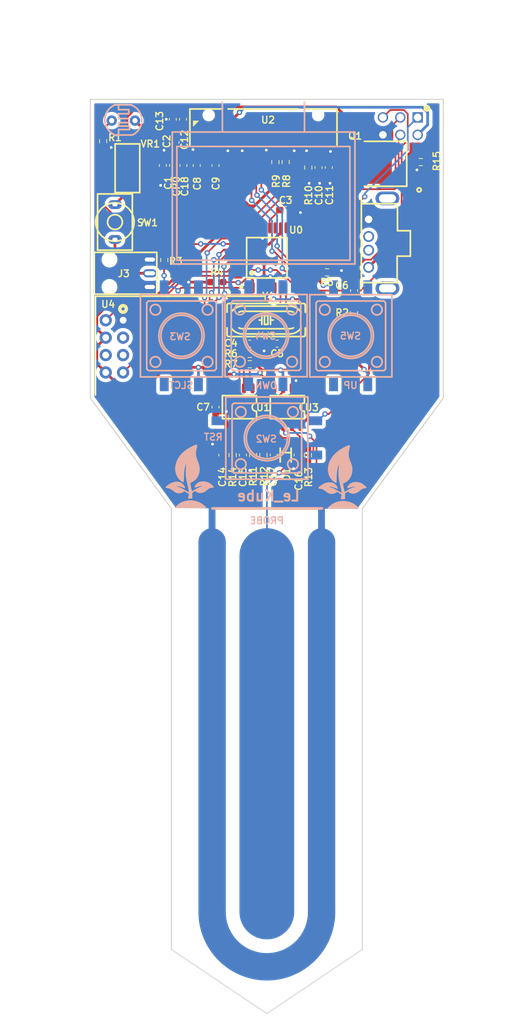
<source format=kicad_pcb>
(kicad_pcb (version 20171130) (host pcbnew "(5.1.7-0-10_14)")
  (layers (0 F.Cu signal) (31 B.Cu signal) (34 B.Paste user) (35 F.Paste user) (36 B.SilkS user) (37 F.SilkS user) (38 B.Mask user) (39 F.Mask user hide) (44 Edge.Cuts user))
  (net 0 "")
  (net 1 "Net-(C1-Pad2)")
  (net 2 GND)
  (net 3 +3V3)
  (net 4 "Net-(C3-Pad1)")
  (net 5 "Net-(C4-Pad2)")
  (net 6 "Net-(C5-Pad2)")
  (net 7 "Net-(C6-Pad2)")
  (net 8 /connecteur_isp/RST)
  (net 9 "Net-(C8-Pad2)")
  (net 10 "Net-(C8-Pad1)")
  (net 11 "Net-(C9-Pad2)")
  (net 12 "Net-(C9-Pad1)")
  (net 13 "Net-(C10-Pad2)")
  (net 14 "Net-(C11-Pad2)")
  (net 15 "Net-(C15-Pad2)")
  (net 16 "Net-(C16-Pad1)")
  (net 17 /HUM)
  (net 18 "Net-(C19-Pad2)")
  (net 19 /ISP_MOSI)
  (net 20 /ISP_SCK)
  (net 21 /ISP_MISO)
  (net 22 "Net-(J2-Pad5)")
  (net 23 "Net-(J2-Pad3)")
  (net 24 "Net-(J2-Pad2)")
  (net 25 "Net-(J2-Pad1)")
  (net 26 +5V)
  (net 27 "Net-(LDR1-Pad1)")
  (net 28 "Net-(Q1-Pad1)")
  (net 29 "Net-(R3-Pad2)")
  (net 30 "Net-(R4-Pad2)")
  (net 31 "Net-(R5-Pad2)")
  (net 32 /SDA)
  (net 33 /SCL)
  (net 34 /SCREEN_MISO)
  (net 35 /SCREEN_SCK)
  (net 36 "Net-(R10-Pad1)")
  (net 37 "Net-(R11-Pad2)")
  (net 38 "Net-(R13-Pad2)")
  (net 39 "Net-(U0-Pad3)")
  (net 40 "Net-(U0-Pad6)")
  (net 41 /SCREEN_MOSI)
  (net 42 /SCREEN_SS)
  (net 43 /SCREEN_RST)
  (net 44 "Net-(U0-Pad13)")
  (net 45 "Net-(U0-Pad14)")
  (net 46 "Net-(U0-Pad19)")
  (net 47 "Net-(U0-Pad23)")
  (net 48 /ESP_TX)
  (net 49 /ESP_RX)
  (net 50 "Net-(U1-Pad3)")
  (net 51 "Net-(U2-Pad7)")
  (net 52 "Net-(U4-Pad2)")
  (net 53 "Net-(U4-Pad3)")
  (net 54 "Net-(U4-Pad7)")
  (net 55 /ISP_MISO-RX)
  (net 56 /ISP_MOSI-TX)
  (module Le_kube:KEY-SMD_4P-L12.0-W12.0-P5.00-LS15.2 (layer B.Cu) (at 112.75 89.1 270)
    (fp_text reference SW5 (at 0.025 -1.625 180) (layer B.SilkS) (effects (font (thickness 0.2)) (justify left mirror)))
    (fp_text value SW_Push hide)
    (pad 4 smd rect (at 7.112 -2.5 270) (size 1.95 1.3) (layers B.Cu B.Paste B.Mask) (net 3 +3V3))
    (pad 3 smd rect (at -7.112 -2.5 270) (size 1.95 1.3) (layers B.Cu B.Paste B.Mask))
    (pad 2 smd rect (at 7.112 2.5 270) (size 1.95 1.3) (layers B.Cu B.Paste B.Mask))
    (pad 1 smd rect (at -7.112 2.5 270) (size 1.95 1.3) (layers B.Cu B.Paste B.Mask) (net 31 "Net-(R5-Pad2)"))
  )
  (module Le_kube:USB-A-TH_USB-302-T (layer F.Cu) (at 116.75 75.61 90)
    (fp_text reference J2 hide)
    (fp_text value USB_A hide)
    (pad 6 thru_hole oval (at 6.558 1.375) (size 3.5 2) (drill oval 2.5 1.2) (layers *.Cu *.Paste *.Mask))
    (pad 5 thru_hole oval (at -6.558 1.375 180) (size 3.5 2) (drill oval 2.5 1.2) (layers *.Cu *.Paste *.Mask) (net 22 "Net-(J2-Pad5)"))
    (pad 4 thru_hole circle (at 3.5 -1.375 90) (size 1.6 1.6) (drill 1.1) (layers *.Cu *.Paste *.Mask) (net 2 GND))
    (pad 3 thru_hole circle (at 1 -1.375 90) (size 1.6 1.6) (drill 1.1) (layers *.Cu *.Paste *.Mask) (net 23 "Net-(J2-Pad3)"))
    (pad 2 thru_hole circle (at -1 -1.375 90) (size 1.6 1.6) (drill 1.1) (layers *.Cu *.Paste *.Mask) (net 24 "Net-(J2-Pad2)"))
    (pad 1 thru_hole circle (at -3.5 -1.375 90) (size 1.6 1.6) (drill 1.1) (layers *.Cu *.Paste *.Mask) (net 25 "Net-(J2-Pad1)"))
  )
  (module Le_kube:logo (layer B.Cu) (at 89.11 109.86 180)
    (fp_text reference G*** hide)
    (fp_text value LOGO hide)
  )
  (module Le_kube:logo (layer B.Cu) (at 111.43 109.95 180)
    (fp_text reference G*** hide)
    (fp_text value LOGO hide)
  )
  (module Le_kube:R_0603_1608Metric_Pad0.98x0.95mm_HandSolder (layer F.Cu) (at 109.2875 79.84 180)
    (fp_text reference R5 (at 0 -1.43) (layer F.SilkS) (effects (font (thickness 0.2))))
    (fp_text value 10K)
    (pad 2 smd roundrect (at 0.9125 0 180) (size 0.975 0.95) (layers F.Cu F.Paste F.Mask) (net 31 "Net-(R5-Pad2)"))
    (pad 1 smd roundrect (at -0.9125 0 180) (size 0.975 0.95) (layers F.Cu F.Paste F.Mask) (net 2 GND))
  )
  (module Le_kube:R_0603_1608Metric_Pad0.98x0.95mm_HandSolder (layer F.Cu) (at 93.1925 81.27)
    (fp_text reference R4 (at 0 -1.43 180) (layer F.SilkS) (effects (font (thickness 0.2))))
    (fp_text value 10K)
    (pad 2 smd roundrect (at 0.9125 0) (size 0.975 0.95) (layers F.Cu F.Paste F.Mask) (net 30 "Net-(R4-Pad2)"))
    (pad 1 smd roundrect (at -0.9125 0) (size 0.975 0.95) (layers F.Cu F.Paste F.Mask) (net 2 GND))
  )
  (module Le_kube:R_0603_1608Metric_Pad0.98x0.95mm_HandSolder (layer F.Cu) (at 85.51 78.0475 270)
    (fp_text reference R3 (at 0.1675 -1.68 180) (layer F.SilkS) (effects (font (thickness 0.2))))
    (fp_text value 10K)
    (pad 2 smd roundrect (at 0.9125 0 270) (size 0.975 0.95) (layers F.Cu F.Paste F.Mask) (net 29 "Net-(R3-Pad2)"))
    (pad 1 smd roundrect (at -0.9125 0 270) (size 0.975 0.95) (layers F.Cu F.Paste F.Mask) (net 2 GND))
  )
  (module "Le_kube:AVR-ISP(IDC-TH_6P-P2.54_C11214)" (layer F.Cu) (at 120 58.5 180)
    (fp_text reference J1 hide)
    (fp_text value Conn_01x06_Male hide)
    (pad 6 thru_hole circle (at 2.54 -1.27 180) (size 1.524 1.524) (drill 1.1) (layers *.Cu *.Paste *.Mask) (net 2 GND))
    (pad 5 thru_hole circle (at 2.54 1.27 180) (size 1.524 1.524) (drill 1.1) (layers *.Cu *.Paste *.Mask) (net 8 /connecteur_isp/RST))
    (pad 4 thru_hole circle (at 0 -1.27 180) (size 1.524 1.524) (drill 1.1) (layers *.Cu *.Paste *.Mask) (net 55 /ISP_MISO-RX))
    (pad 3 thru_hole circle (at 0 1.27 180) (size 1.524 1.524) (drill 1.1) (layers *.Cu *.Paste *.Mask) (net 20 /ISP_SCK))
    (pad 2 thru_hole circle (at -2.54 -1.27 180) (size 1.524 1.524) (drill 1.1) (layers *.Cu *.Paste *.Mask) (net 3 +3V3))
    (pad 1 thru_hole rect (at -2.54 1.27 180) (size 1.524 1.524) (drill 1.1) (layers *.Cu *.Paste *.Mask) (net 56 /ISP_MOSI-TX))
  )
  (module Le_kube:OLED-0.96-12864 (layer F.Cu) (at 100 60)
    (fp_text reference U2 (at 0.675 -2.4) (layer F.SilkS) (effects (font (thickness 0.2))))
    (fp_text value 128x64_OLED hide)
    (pad 30 smd rect (at 10.149 -0.002 270) (size 2.499 0.351) (layers F.Cu F.Paste F.Mask) (net 2 GND))
    (pad 29 smd rect (at 9.45 -0.002 270) (size 2.499 0.351) (layers F.Cu F.Paste F.Mask) (net 2 GND))
    (pad 28 smd rect (at 8.751 -0.001 270) (size 2.499 0.351) (layers F.Cu F.Paste F.Mask) (net 14 "Net-(C11-Pad2)"))
    (pad 27 smd rect (at 8.056 0 270) (size 2.499 0.351) (layers F.Cu F.Paste F.Mask) (net 13 "Net-(C10-Pad2)"))
    (pad 26 smd rect (at 7.356 0 270) (size 2.499 0.351) (layers F.Cu F.Paste F.Mask) (net 36 "Net-(R10-Pad1)"))
    (pad 25 smd rect (at 6.656 0 270) (size 2.499 0.351) (layers F.Cu F.Paste F.Mask) (net 2 GND))
    (pad 24 smd rect (at 5.956 0 270) (size 2.499 0.351) (layers F.Cu F.Paste F.Mask) (net 2 GND))
    (pad 23 smd rect (at 5.256 0 270) (size 2.499 0.351) (layers F.Cu F.Paste F.Mask) (net 2 GND))
    (pad 22 smd rect (at 4.556 0 270) (size 2.499 0.351) (layers F.Cu F.Paste F.Mask) (net 2 GND))
    (pad 21 smd rect (at 3.856 0 270) (size 2.499 0.351) (layers F.Cu F.Paste F.Mask) (net 2 GND))
    (pad 20 smd rect (at 3.156 0 270) (size 2.499 0.351) (layers F.Cu F.Paste F.Mask) (net 34 /SCREEN_MISO))
    (pad 19 smd rect (at 2.456 0 270) (size 2.499 0.351) (layers F.Cu F.Paste F.Mask) (net 34 /SCREEN_MISO))
    (pad 18 smd rect (at 1.756 0 270) (size 2.499 0.351) (layers F.Cu F.Paste F.Mask) (net 35 /SCREEN_SCK))
    (pad 17 smd rect (at 1.056 0 270) (size 2.499 0.351) (layers F.Cu F.Paste F.Mask) (net 2 GND))
    (pad 16 smd rect (at 0.356 0 270) (size 2.499 0.351) (layers F.Cu F.Paste F.Mask) (net 2 GND))
    (pad 15 smd rect (at -0.344 0 270) (size 2.499 0.351) (layers F.Cu F.Paste F.Mask) (net 41 /SCREEN_MOSI))
    (pad 14 smd rect (at -1.044 0 270) (size 2.499 0.351) (layers F.Cu F.Paste F.Mask) (net 43 /SCREEN_RST))
    (pad 13 smd rect (at -1.744 0 270) (size 2.499 0.351) (layers F.Cu F.Paste F.Mask) (net 42 /SCREEN_SS))
    (pad 12 smd rect (at -2.444 0 270) (size 2.499 0.351) (layers F.Cu F.Paste F.Mask) (net 2 GND))
    (pad 11 smd rect (at -3.144 0 270) (size 2.499 0.351) (layers F.Cu F.Paste F.Mask) (net 2 GND))
    (pad 10 smd rect (at -3.844 0 270) (size 2.499 0.351) (layers F.Cu F.Paste F.Mask) (net 2 GND))
    (pad 9 smd rect (at -4.544 0 270) (size 2.499 0.351) (layers F.Cu F.Paste F.Mask) (net 3 +3V3))
    (pad 8 smd rect (at -5.244 0 270) (size 2.499 0.351) (layers F.Cu F.Paste F.Mask) (net 2 GND))
    (pad 7 smd rect (at -5.944 0 270) (size 2.499 0.351) (layers F.Cu F.Paste F.Mask) (net 51 "Net-(U2-Pad7)"))
    (pad 6 smd rect (at -6.644 0 270) (size 2.499 0.351) (layers F.Cu F.Paste F.Mask) (net 3 +3V3))
    (pad 5 smd rect (at -7.344 0 270) (size 2.499 0.351) (layers F.Cu F.Paste F.Mask) (net 11 "Net-(C9-Pad2)"))
    (pad 4 smd rect (at -8.044 0 270) (size 2.499 0.351) (layers F.Cu F.Paste F.Mask) (net 12 "Net-(C9-Pad1)"))
    (pad 3 smd rect (at -8.744 0 270) (size 2.499 0.351) (layers F.Cu F.Paste F.Mask) (net 9 "Net-(C8-Pad2)"))
    (pad 2 smd rect (at -9.444 0 270) (size 2.499 0.351) (layers F.Cu F.Paste F.Mask) (net 10 "Net-(C8-Pad1)"))
    (pad 1 smd rect (at -10.149 0.002 270) (size 2.499 0.351) (layers F.Cu F.Paste F.Mask) (net 2 GND))
    (pad "" np_thru_hole circle (at 8 -3.1) (size 0.8 0.8) (drill 0.8) (layers *.Cu *.Mask))
    (pad "" np_thru_hole circle (at -8 -3.1) (size 0.8 0.8) (drill 0.8) (layers *.Cu *.Mask))
  )
  (module "Le_kube:ESP-01S(WIFIM-TH_8P-L24.7-W14.4-P2.54)" (layer F.Cu) (at 78.22 90.64)
    (fp_text reference U4 (at -2.045 -6.14) (layer F.SilkS) (effects (font (thickness 0.2)) (justify left)))
    (fp_text value ESP8266-01_ESP-01 hide)
    (pad 1 thru_hole rect (at 1.27 -3.81 90) (size 1.8 1.8) (drill 1) (layers *.Cu *.Paste *.Mask) (net 2 GND))
    (pad 2 thru_hole circle (at 1.27 -1.27 90) (size 1.8 1.8) (drill 1) (layers *.Cu *.Paste *.Mask) (net 52 "Net-(U4-Pad2)"))
    (pad 3 thru_hole circle (at 1.27 1.27 90) (size 1.8 1.8) (drill 1) (layers *.Cu *.Paste *.Mask) (net 53 "Net-(U4-Pad3)"))
    (pad 4 thru_hole circle (at 1.27 3.81 90) (size 1.8 1.8) (drill 1) (layers *.Cu *.Paste *.Mask) (net 49 /ESP_RX))
    (pad 5 thru_hole circle (at -1.27 -3.81 90) (size 1.8 1.8) (drill 1) (layers *.Cu *.Paste *.Mask) (net 48 /ESP_TX))
    (pad 6 thru_hole circle (at -1.27 -1.27 90) (size 1.8 1.8) (drill 1) (layers *.Cu *.Paste *.Mask) (net 3 +3V3))
    (pad 7 thru_hole circle (at -1.27 1.27 90) (size 1.8 1.8) (drill 1) (layers *.Cu *.Paste *.Mask) (net 54 "Net-(U4-Pad7)"))
    (pad 8 thru_hole circle (at -1.27 3.81 90) (size 1.8 1.8) (drill 1) (layers *.Cu *.Paste *.Mask) (net 3 +3V3))
  )
  (module "Le_kube:LD1117(SOT-223_L6.7-W3.5-P2.30-BR)" (layer F.Cu) (at 80.124 64.65)
    (fp_text reference VR1 (at 1.8 -3.55) (layer F.SilkS) (effects (font (thickness 0.2)) (justify left)))
    (fp_text value LD1117 hide)
    (pad 1 smd rect (at 3.099 2.3 90) (size 1.1 2.2) (layers F.Cu F.Paste F.Mask) (net 2 GND))
    (pad 2 smd rect (at 3.099 0 90) (size 1.1 2.2) (layers F.Cu F.Paste F.Mask) (net 3 +3V3))
    (pad 3 smd rect (at 3.099 -2.3 90) (size 1.1 2.2) (layers F.Cu F.Paste F.Mask) (net 1 "Net-(C1-Pad2)"))
    (pad 4 smd rect (at -3.099 0 90) (size 3.5 2.2) (layers F.Cu F.Paste F.Mask))
  )
  (module Le_kube:PROBE (layer B.Cu) (at 100.5 117.175 180)
    (fp_text reference C19 hide)
    (fp_text value PROBE (at 0 1.115 180) (layer B.SilkS) (effects (font (thickness 0.2)) (justify mirror)))
    (fp_arc (start 0 -56) (end -8 -56) (angle 180) (layer B.Cu) (width 4))
    (pad 1 smd oval (at 8 -29 180) (size 4 58) (layers B.Cu) (net 2 GND))
    (pad 1 smd oval (at -8 -29 180) (size 4 58) (layers B.Cu) (net 2 GND))
    (pad 2 smd oval (at 0 -30 180) (size 8 60) (layers B.Cu) (net 18 "Net-(C19-Pad2)"))
  )
  (module Le_kube:KEY-SMD_4P-L12.0-W12.0-P5.00-LS15.2 (layer B.Cu) (at 100.35 89.076 270)
    (fp_text reference SW4 (at 0.049 -1.6 180) (layer B.SilkS) (effects (font (thickness 0.2)) (justify left mirror)))
    (fp_text value SW_Push hide)
    (pad 4 smd rect (at 7.112 -2.5 270) (size 1.95 1.3) (layers B.Cu B.Paste B.Mask) (net 3 +3V3))
    (pad 3 smd rect (at -7.112 -2.5 270) (size 1.95 1.3) (layers B.Cu B.Paste B.Mask))
    (pad 2 smd rect (at 7.112 2.5 270) (size 1.95 1.3) (layers B.Cu B.Paste B.Mask))
    (pad 1 smd rect (at -7.112 2.5 270) (size 1.95 1.3) (layers B.Cu B.Paste B.Mask) (net 30 "Net-(R4-Pad2)"))
  )
  (module Le_kube:KEY-SMD_4P-L12.0-W12.0-P5.00-LS15.2 (layer B.Cu) (at 88 89.1 270)
    (fp_text reference SW3 (at 0.125 -1.475) (layer B.SilkS) (effects (font (thickness 0.2)) (justify left mirror)))
    (fp_text value SW_Push hide)
    (pad 4 smd rect (at 7.112 -2.5 270) (size 1.95 1.3) (layers B.Cu B.Paste B.Mask) (net 3 +3V3))
    (pad 3 smd rect (at -7.112 -2.5 270) (size 1.95 1.3) (layers B.Cu B.Paste B.Mask))
    (pad 2 smd rect (at 7.112 2.5 270) (size 1.95 1.3) (layers B.Cu B.Paste B.Mask))
    (pad 1 smd rect (at -7.112 2.5 270) (size 1.95 1.3) (layers B.Cu B.Paste B.Mask) (net 29 "Net-(R3-Pad2)"))
  )
  (module Le_kube:C_0603_1608Metric_Pad1.08x0.95mm_HandSolder (layer F.Cu) (at 86.8 64.25 90)
    (fp_text reference CP0 (at -3.05 0.475 270) (layer F.SilkS) (effects (font (thickness 0.2))))
    (fp_text value 10µF)
    (pad 2 smd roundrect (at 0.8625 0 90) (size 1.075 0.95) (layers F.Cu F.Paste F.Mask) (net 2 GND))
    (pad 1 smd roundrect (at -0.8625 0 90) (size 1.075 0.95) (layers F.Cu F.Paste F.Mask) (net 3 +3V3))
  )
  (module Le_kube:C_0603_1608Metric_Pad1.08x0.95mm_HandSolder (layer F.Cu) (at 88.3 64.25 90)
    (fp_text reference C18 (at -3.05 0.2 270) (layer F.SilkS) (effects (font (thickness 0.2))))
    (fp_text value 100nF)
    (pad 2 smd roundrect (at 0.8625 0 90) (size 1.075 0.95) (layers F.Cu F.Paste F.Mask) (net 2 GND))
    (pad 1 smd roundrect (at -0.8625 0 90) (size 1.075 0.95) (layers F.Cu F.Paste F.Mask) (net 3 +3V3))
  )
  (module Le_kube:C_0603_1608Metric_Pad1.08x0.95mm_HandSolder (layer F.Cu) (at 87.15 60.875 270)
    (fp_text reference C2 (at -0.15 1.275 90) (layer F.SilkS) (effects (font (thickness 0.2))))
    (fp_text value 10µF)
    (pad 2 smd roundrect (at 0.8625 0 270) (size 1.075 0.95) (layers F.Cu F.Paste F.Mask) (net 2 GND))
    (pad 1 smd roundrect (at -0.8625 0 270) (size 1.075 0.95) (layers F.Cu F.Paste F.Mask) (net 3 +3V3))
  )
  (module Le_kube:C_0603_1608Metric_Pad1.08x0.95mm_HandSolder (layer F.Cu) (at 85.3 64.25 90)
    (fp_text reference C1 (at -2.55 0.775 90) (layer F.SilkS) (effects (font (thickness 0.2))))
    (fp_text value 100nF)
    (pad 2 smd roundrect (at 0.8625 0 90) (size 1.075 0.95) (layers F.Cu F.Paste F.Mask) (net 1 "Net-(C1-Pad2)"))
    (pad 1 smd roundrect (at -0.8625 0 90) (size 1.075 0.95) (layers F.Cu F.Paste F.Mask) (net 2 GND))
  )
  (module Le_kube:R_0603_1608Metric_Pad0.98x0.95mm_HandSolder (layer F.Cu) (at 95.5 106.5 270)
    (fp_text reference R14 (at 3.2 0 90) (layer F.SilkS) (effects (font (thickness 0.2))))
    (fp_text value 330R)
    (pad 2 smd roundrect (at 0.9125 0 270) (size 0.975 0.95) (layers F.Cu F.Paste F.Mask) (net 3 +3V3))
    (pad 1 smd roundrect (at -0.9125 0 270) (size 0.975 0.95) (layers F.Cu F.Paste F.Mask) (net 37 "Net-(R11-Pad2)"))
  )
  (module "Le_kube:MOSFET(DPAK_L6.5-W6.0-P2.29-LS9.9-BR)" (layer F.Cu) (at 119.25 64)
    (fp_text reference Q1 (at -6.982 -4.056) (layer F.SilkS) (effects (font (thickness 0.2)) (justify left)))
    (fp_text value IRLB8721PBF hide)
    (pad 4 smd rect (at -3.59 0.025 90) (size 5.8 6.2) (layers F.Cu F.Paste F.Mask) (net 1 "Net-(C1-Pad2)"))
    (pad 3 smd rect (at 3.59 -2.29 90) (size 1.6 3) (layers F.Cu F.Paste F.Mask) (net 25 "Net-(J2-Pad1)"))
    (pad 1 smd rect (at 3.59 2.29 90) (size 1.6 3) (layers F.Cu F.Paste F.Mask) (net 28 "Net-(Q1-Pad1)"))
  )
  (module Le_kube:SW-TH_L8.0-W5.11-P5.08_TP11SH8CQE (layer F.Cu) (at 78.3 72.5 90)
    (fp_text reference SW1 (at -0.1 3.1 180) (layer F.SilkS) (effects (font (thickness 0.2)) (justify left)))
    (fp_text value I/O hide)
    (pad 1 thru_hole oval (at -2.54 0 180) (size 2 1.3) (drill oval 0.76 0.52) (layers *.Cu *.Paste *.Mask) (net 26 +5V))
    (pad 2 thru_hole oval (at 2.54 0 180) (size 2 1.3) (drill oval 0.76 0.51) (layers *.Cu *.Paste *.Mask) (net 1 "Net-(C1-Pad2)"))
  )
  (module "Le_kube:Crystal(HC-49S_L11.4-W4.8)" (layer F.Cu) (at 100.4 86.8)
    (fp_text reference Y1 (at -0.7 -3.5) (layer F.SilkS) (effects (font (thickness 0.2)) (justify left)))
    (fp_text value Crystal hide)
    (pad 2 smd rect (at 4.75 0 180) (size 5.5 2) (layers F.Cu F.Paste F.Mask) (net 6 "Net-(C5-Pad2)"))
    (pad 1 smd rect (at -4.75 0 180) (size 5.5 2) (layers F.Cu F.Paste F.Mask) (net 5 "Net-(C4-Pad2)"))
  )
  (module "Le_kube:TLC555(SOIC-8_L5.0-W4.0-P1.27-LS6.0-BL)" (layer F.Cu) (at 103.5 99.5 180)
    (fp_text reference U3 (at -4.704 -0.068) (layer F.SilkS) (effects (font (thickness 0.2)) (justify right)))
    (fp_text value TLC555CDR hide)
    (pad 1 smd oval (at -1.905 2.74) (size 0.6 1.52) (layers F.Cu F.Paste F.Mask) (net 2 GND))
    (pad 2 smd oval (at -0.635 2.74) (size 0.6 1.52) (layers F.Cu F.Paste F.Mask) (net 15 "Net-(C15-Pad2)"))
    (pad 3 smd oval (at 0.635 2.74) (size 0.6 1.52) (layers F.Cu F.Paste F.Mask) (net 38 "Net-(R13-Pad2)"))
    (pad 4 smd oval (at 1.905 2.74) (size 0.6 1.52) (layers F.Cu F.Paste F.Mask) (net 3 +3V3))
    (pad 8 smd oval (at -1.905 -2.74) (size 0.6 1.52) (layers F.Cu F.Paste F.Mask) (net 3 +3V3))
    (pad 7 smd oval (at -0.635 -2.74) (size 0.6 1.52) (layers F.Cu F.Paste F.Mask) (net 37 "Net-(R11-Pad2)"))
    (pad 6 smd oval (at 0.635 -2.74) (size 0.6 1.52) (layers F.Cu F.Paste F.Mask) (net 15 "Net-(C15-Pad2)"))
    (pad 5 smd oval (at 1.905 -2.74) (size 0.6 1.52) (layers F.Cu F.Paste F.Mask) (net 16 "Net-(C16-Pad1)"))
  )
  (module "Le_kube:TEMP_SENSOR(SOIC-8_L5.0-W4.0-P1.27-LS6.0-BL)" (layer F.Cu) (at 96.5 99.5 180)
    (fp_text reference U1 (at -4.592 -0.068) (layer F.SilkS) (effects (font (thickness 0.2)) (justify right)))
    (fp_text value LM75A hide)
    (pad 1 smd oval (at -1.905 2.74) (size 0.6 1.52) (layers F.Cu F.Paste F.Mask) (net 32 /SDA))
    (pad 2 smd oval (at -0.635 2.74) (size 0.6 1.52) (layers F.Cu F.Paste F.Mask) (net 33 /SCL))
    (pad 3 smd oval (at 0.635 2.74) (size 0.6 1.52) (layers F.Cu F.Paste F.Mask) (net 50 "Net-(U1-Pad3)"))
    (pad 4 smd oval (at 1.905 2.74) (size 0.6 1.52) (layers F.Cu F.Paste F.Mask) (net 2 GND))
    (pad 8 smd oval (at -1.905 -2.74) (size 0.6 1.52) (layers F.Cu F.Paste F.Mask) (net 3 +3V3))
    (pad 7 smd oval (at -0.635 -2.74) (size 0.6 1.52) (layers F.Cu F.Paste F.Mask) (net 2 GND))
    (pad 6 smd oval (at 0.635 -2.74) (size 0.6 1.52) (layers F.Cu F.Paste F.Mask) (net 2 GND))
    (pad 5 smd oval (at 1.905 -2.74) (size 0.6 1.52) (layers F.Cu F.Paste F.Mask) (net 2 GND))
  )
  (module "Le_kube:ATMEGA328PB-AU(TQFP-32_L7.0-W7.0-P0.80-LS9.0-BL)" (layer F.Cu) (at 100.51 77.72)
    (fp_text reference U0 (at 3.122 -4.06) (layer F.SilkS) (effects (font (thickness 0.2)) (justify left)))
    (fp_text value ATmega328PB-AU hide)
    (pad 1 smd oval (at -2.817 4.369) (size 0.45 1.65) (layers F.Cu F.Paste F.Mask) (net 29 "Net-(R3-Pad2)"))
    (pad 2 smd oval (at -2.017 4.369) (size 0.45 1.65) (layers F.Cu F.Paste F.Mask) (net 30 "Net-(R4-Pad2)"))
    (pad 3 smd oval (at -1.217 4.369) (size 0.45 1.65) (layers F.Cu F.Paste F.Mask) (net 39 "Net-(U0-Pad3)"))
    (pad 4 smd oval (at -0.417 4.369) (size 0.45 1.65) (layers F.Cu F.Paste F.Mask) (net 3 +3V3))
    (pad 5 smd oval (at 0.381 4.369) (size 0.45 1.65) (layers F.Cu F.Paste F.Mask) (net 2 GND))
    (pad 6 smd oval (at 1.181 4.369) (size 0.45 1.65) (layers F.Cu F.Paste F.Mask) (net 40 "Net-(U0-Pad6)"))
    (pad 7 smd oval (at 1.981 4.369) (size 0.45 1.65) (layers F.Cu F.Paste F.Mask) (net 5 "Net-(C4-Pad2)"))
    (pad 8 smd oval (at 2.781 4.369) (size 0.45 1.65) (layers F.Cu F.Paste F.Mask) (net 6 "Net-(C5-Pad2)"))
    (pad 9 smd oval (at 4.381 2.804) (size 1.65 0.45) (layers F.Cu F.Paste F.Mask) (net 31 "Net-(R5-Pad2)"))
    (pad 10 smd oval (at 4.381 2.004) (size 1.65 0.45) (layers F.Cu F.Paste F.Mask) (net 41 /SCREEN_MOSI))
    (pad 11 smd oval (at 4.381 1.204) (size 1.65 0.45) (layers F.Cu F.Paste F.Mask) (net 42 /SCREEN_SS))
    (pad 12 smd oval (at 4.381 0.404) (size 1.65 0.45) (layers F.Cu F.Paste F.Mask) (net 43 /SCREEN_RST))
    (pad 13 smd oval (at 4.381 -0.394) (size 1.65 0.45) (layers F.Cu F.Paste F.Mask) (net 44 "Net-(U0-Pad13)"))
    (pad 14 smd oval (at 4.381 -1.194) (size 1.65 0.45) (layers F.Cu F.Paste F.Mask) (net 45 "Net-(U0-Pad14)"))
    (pad 15 smd oval (at 4.381 -1.994) (size 1.65 0.45) (layers F.Cu F.Paste F.Mask) (net 19 /ISP_MOSI))
    (pad 16 smd oval (at 4.381 -2.794) (size 1.65 0.45) (layers F.Cu F.Paste F.Mask) (net 21 /ISP_MISO))
    (pad 17 smd oval (at 2.791 -4.369) (size 0.45 1.65) (layers F.Cu F.Paste F.Mask) (net 20 /ISP_SCK))
    (pad 18 smd oval (at 1.991 -4.369) (size 0.45 1.65) (layers F.Cu F.Paste F.Mask) (net 3 +3V3))
    (pad 19 smd oval (at 1.191 -4.369) (size 0.45 1.65) (layers F.Cu F.Paste F.Mask) (net 46 "Net-(U0-Pad19)"))
    (pad 20 smd oval (at 0.391 -4.369) (size 0.45 1.65) (layers F.Cu F.Paste F.Mask) (net 4 "Net-(C3-Pad1)"))
    (pad 21 smd oval (at -0.406 -4.369) (size 0.45 1.65) (layers F.Cu F.Paste F.Mask) (net 2 GND))
    (pad 22 smd oval (at -1.207 -4.369) (size 0.45 1.65) (layers F.Cu F.Paste F.Mask) (net 34 /SCREEN_MISO))
    (pad 23 smd oval (at -2.007 -4.369) (size 0.45 1.65) (layers F.Cu F.Paste F.Mask) (net 47 "Net-(U0-Pad23)"))
    (pad 24 smd oval (at -2.807 -4.369) (size 0.45 1.65) (layers F.Cu F.Paste F.Mask) (net 35 /SCREEN_SCK))
    (pad 25 smd oval (at -4.381 -2.804) (size 1.65 0.45) (layers F.Cu F.Paste F.Mask) (net 17 /HUM))
    (pad 26 smd oval (at -4.381 -2.004) (size 1.65 0.45) (layers F.Cu F.Paste F.Mask) (net 27 "Net-(LDR1-Pad1)"))
    (pad 27 smd oval (at -4.381 -1.204) (size 1.65 0.45) (layers F.Cu F.Paste F.Mask) (net 32 /SDA))
    (pad 28 smd oval (at -4.381 -0.404) (size 1.65 0.45) (layers F.Cu F.Paste F.Mask) (net 33 /SCL))
    (pad 29 smd oval (at -4.381 0.394) (size 1.65 0.45) (layers F.Cu F.Paste F.Mask) (net 7 "Net-(C6-Pad2)"))
    (pad 30 smd oval (at -4.381 1.194) (size 1.65 0.45) (layers F.Cu F.Paste F.Mask) (net 48 /ESP_TX))
    (pad 31 smd oval (at -4.381 1.994) (size 1.65 0.45) (layers F.Cu F.Paste F.Mask) (net 49 /ESP_RX))
    (pad 32 smd oval (at -4.381 2.794) (size 1.65 0.45) (layers F.Cu F.Paste F.Mask) (net 28 "Net-(Q1-Pad1)"))
  )
  (module Le_kube:KEY-SMD_4P-L12.0-W12.0-P5.00-LS15.2 (layer B.Cu) (at 100.5 104 180)
    (fp_text reference SW2 (at -1.57 -0.15) (layer B.SilkS) (effects (font (thickness 0.2)) (justify left mirror)))
    (fp_text value RST hide)
    (pad 4 smd rect (at 7.112 -2.5 180) (size 1.95 1.3) (layers B.Cu B.Paste B.Mask) (net 2 GND))
    (pad 3 smd rect (at -7.112 -2.5 180) (size 1.95 1.3) (layers B.Cu B.Paste B.Mask))
    (pad 2 smd rect (at 7.112 2.5 180) (size 1.95 1.3) (layers B.Cu B.Paste B.Mask))
    (pad 1 smd rect (at -7.112 2.5 180) (size 1.95 1.3) (layers B.Cu B.Paste B.Mask) (net 7 "Net-(C6-Pad2)"))
  )
  (module Le_kube:R_0603_1608Metric_Pad0.98x0.95mm_HandSolder (layer F.Cu) (at 123 63.754)
    (fp_text reference R15 (at 2.34 -0.144 90) (layer F.SilkS) (effects (font (thickness 0.2))))
    (fp_text value 10K)
    (pad 2 smd roundrect (at 0.9125 0) (size 0.975 0.95) (layers F.Cu F.Paste F.Mask) (net 28 "Net-(Q1-Pad1)"))
    (pad 1 smd roundrect (at -0.9125 0) (size 0.975 0.95) (layers F.Cu F.Paste F.Mask) (net 2 GND))
  )
  (module Le_kube:R_0603_1608Metric_Pad0.98x0.95mm_HandSolder (layer F.Cu) (at 106.5 106.5 90)
    (fp_text reference R13 (at -3.228 0.1 90) (layer F.SilkS) (effects (font (thickness 0.2))))
    (fp_text value 10K)
    (pad 2 smd roundrect (at 0.9125 0 90) (size 0.975 0.95) (layers F.Cu F.Paste F.Mask) (net 38 "Net-(R13-Pad2)"))
    (pad 1 smd roundrect (at -0.9125 0 90) (size 0.975 0.95) (layers F.Cu F.Paste F.Mask) (net 18 "Net-(C19-Pad2)"))
  )
  (module Le_kube:R_0603_1608Metric_Pad0.98x0.95mm_HandSolder (layer F.Cu) (at 100 106.5 90)
    (fp_text reference R12 (at -3.1 0.1 90) (layer F.SilkS) (effects (font (thickness 0.2))))
    (fp_text value 1M)
    (pad 2 smd roundrect (at 0.9125 0 90) (size 0.975 0.95) (layers F.Cu F.Paste F.Mask) (net 17 /HUM))
    (pad 1 smd roundrect (at -0.9125 0 90) (size 0.975 0.95) (layers F.Cu F.Paste F.Mask) (net 2 GND))
  )
  (module Le_kube:R_0603_1608Metric_Pad0.98x0.95mm_HandSolder (layer F.Cu) (at 98.5 106.5 90)
    (fp_text reference R11 (at -3.1 0 90) (layer F.SilkS) (effects (font (thickness 0.2))))
    (fp_text value 1.6K)
    (pad 2 smd roundrect (at 0.9125 0 90) (size 0.975 0.95) (layers F.Cu F.Paste F.Mask) (net 37 "Net-(R11-Pad2)"))
    (pad 1 smd roundrect (at -0.9125 0 90) (size 0.975 0.95) (layers F.Cu F.Paste F.Mask) (net 15 "Net-(C15-Pad2)"))
  )
  (module Le_kube:R_0603_1608Metric_Pad0.98x0.95mm_HandSolder (layer F.Cu) (at 106.556 64.55 270)
    (fp_text reference R10 (at 4.05 -0.044 90) (layer F.SilkS) (effects (font (thickness 0.2))))
    (fp_text value 910K)
    (pad 2 smd roundrect (at 0.9125 0 270) (size 0.975 0.95) (layers F.Cu F.Paste F.Mask) (net 2 GND))
    (pad 1 smd roundrect (at -0.9125 0 270) (size 0.975 0.95) (layers F.Cu F.Paste F.Mask) (net 36 "Net-(R10-Pad1)"))
  )
  (module Le_kube:R_0603_1608Metric_Pad0.98x0.95mm_HandSolder (layer F.Cu) (at 101.75 63.75 270)
    (fp_text reference R9 (at 2.798 -0.104 90) (layer F.SilkS) (effects (font (thickness 0.2))))
    (fp_text value 4.7K)
    (pad 2 smd roundrect (at 0.9125 0 270) (size 0.975 0.95) (layers F.Cu F.Paste F.Mask) (net 3 +3V3))
    (pad 1 smd roundrect (at -0.9125 0 270) (size 0.975 0.95) (layers F.Cu F.Paste F.Mask) (net 35 /SCREEN_SCK))
  )
  (module Le_kube:R_0603_1608Metric_Pad0.98x0.95mm_HandSolder (layer F.Cu) (at 103.25 63.75 270)
    (fp_text reference R8 (at 2.798 -0.128 90) (layer F.SilkS) (effects (font (thickness 0.2))))
    (fp_text value 4.7K)
    (pad 2 smd roundrect (at 0.9125 0 270) (size 0.975 0.95) (layers F.Cu F.Paste F.Mask) (net 3 +3V3))
    (pad 1 smd roundrect (at -0.9125 0 270) (size 0.975 0.95) (layers F.Cu F.Paste F.Mask) (net 34 /SCREEN_MISO))
  )
  (module Le_kube:R_0603_1608Metric_Pad0.98x0.95mm_HandSolder (layer F.Cu) (at 98 93.25)
    (fp_text reference R7 (at -2.75 -0.032) (layer F.SilkS) (effects (font (thickness 0.2))))
    (fp_text value 10K)
    (pad 2 smd roundrect (at 0.9125 0) (size 0.975 0.95) (layers F.Cu F.Paste F.Mask) (net 3 +3V3))
    (pad 1 smd roundrect (at -0.9125 0) (size 0.975 0.95) (layers F.Cu F.Paste F.Mask) (net 33 /SCL))
  )
  (module Le_kube:R_0603_1608Metric_Pad0.98x0.95mm_HandSolder (layer F.Cu) (at 98 91.75 180)
    (fp_text reference R6 (at 2.75 0.056) (layer F.SilkS) (effects (font (thickness 0.2))))
    (fp_text value 10K)
    (pad 2 smd roundrect (at 0.9125 0 180) (size 0.975 0.95) (layers F.Cu F.Paste F.Mask) (net 32 /SDA))
    (pad 1 smd roundrect (at -0.9125 0 180) (size 0.975 0.95) (layers F.Cu F.Paste F.Mask) (net 3 +3V3))
  )
  (module Le_kube:R_0603_1608Metric_Pad0.98x0.95mm_HandSolder (layer F.Cu) (at 113.25 85.8125 90)
    (fp_text reference R2 (at 0.0875 -1.75 180) (layer F.SilkS) (effects (font (thickness 0.2))))
    (fp_text value 10K)
    (pad 2 smd roundrect (at 0.9125 0 90) (size 0.975 0.95) (layers F.Cu F.Paste F.Mask) (net 7 "Net-(C6-Pad2)"))
    (pad 1 smd roundrect (at -0.9125 0 90) (size 0.975 0.95) (layers F.Cu F.Paste F.Mask) (net 3 +3V3))
  )
  (module Le_kube:R_0603_1608Metric_Pad0.98x0.95mm_HandSolder (layer F.Cu) (at 76.575 60.7125 90)
    (fp_text reference R1 (at 0.5375 1.725 180) (layer F.SilkS) (effects (font (thickness 0.2))))
    (fp_text value 10K)
    (pad 2 smd roundrect (at 0.9125 0 90) (size 0.975 0.95) (layers F.Cu F.Paste F.Mask) (net 27 "Net-(LDR1-Pad1)"))
    (pad 1 smd roundrect (at -0.9125 0 90) (size 0.975 0.95) (layers F.Cu F.Paste F.Mask) (net 2 GND))
  )
  (module "Le_kube:LDR(RES-TH_L5.1-W4.3-P3.40-D0.5)" (layer B.Cu) (at 79.525 57.7 270)
    (fp_text reference LDR1 hide)
    (fp_text value LDR hide)
    (pad 1 thru_hole circle (at 0 1.7) (size 1.524 1.524) (drill 0.762) (layers *.Cu *.Paste *.Mask) (net 27 "Net-(LDR1-Pad1)"))
    (pad 2 thru_hole circle (at 0 -1.7) (size 1.524 1.524) (drill 0.762) (layers *.Cu *.Paste *.Mask) (net 3 +3V3))
  )
  (module "Le_kube:PORT-JACK(DC-IN-TH_DC-003-2A-1.3)" (layer F.Cu) (at 83.4 79.975 270)
    (fp_text reference J3 (at 0.05 2.825) (layer F.SilkS) (effects (font (thickness 0.2)) (justify right)))
    (fp_text value Barrel_Jack_Switch hide)
    (pad 1 thru_hole oval (at 2 0 270) (size 1.2 2) (drill oval 0.6 1.5) (layers *.Cu *.Paste *.Mask) (net 2 GND))
    (pad 2 thru_hole oval (at 0 0 270) (size 1.2 2) (drill oval 0.6 1.5) (layers *.Cu *.Paste *.Mask) (net 26 +5V))
    (pad 3 thru_hole oval (at -2 0 270) (size 1.2 2) (drill oval 0.6 1.5) (layers *.Cu *.Paste *.Mask) (net 2 GND))
    (pad "" np_thru_hole circle (at -2 5.9 270) (size 1.3 1.3) (drill 1.3) (layers *.Cu *.Mask))
    (pad "" np_thru_hole circle (at 2 5.9 270) (size 1.3 1.3) (drill 1.3) (layers *.Cu *.Mask))
  )
  (module Le_kube:SOD-323_L1.8-W1.3-LS2.5-RD (layer F.Cu) (at 103.25 106.5 270)
    (fp_text reference D1 (at 1.704 -0.128 90) (layer F.SilkS) (effects (font (thickness 0.2)) (justify right)))
    (fp_text value D hide)
    (pad 1 smd rect (at -1.2 0 90) (size 1 1) (layers F.Cu F.Paste F.Mask) (net 17 /HUM))
    (pad 2 smd rect (at 1.2 0 90) (size 1 1) (layers F.Cu F.Paste F.Mask) (net 18 "Net-(C19-Pad2)"))
  )
  (module Le_kube:C_0603_1608Metric_Pad1.08x0.95mm_HandSolder (layer F.Cu) (at 101.5 106.5 90)
    (fp_text reference C17 (at -3.15 -0.1 90) (layer F.SilkS) (effects (font (thickness 0.2))))
    (fp_text value 1µF)
    (pad 2 smd roundrect (at 0.8625 0 90) (size 1.075 0.95) (layers F.Cu F.Paste F.Mask) (net 17 /HUM))
    (pad 1 smd roundrect (at -0.8625 0 90) (size 1.075 0.95) (layers F.Cu F.Paste F.Mask) (net 2 GND))
  )
  (module Le_kube:C_0603_1608Metric_Pad1.08x0.95mm_HandSolder (layer F.Cu) (at 105 106.5 270)
    (fp_text reference C16 (at 3.736 -0.156 90) (layer F.SilkS) (effects (font (thickness 0.2))))
    (fp_text value 10nF)
    (pad 2 smd roundrect (at 0.8625 0 270) (size 1.075 0.95) (layers F.Cu F.Paste F.Mask) (net 2 GND))
    (pad 1 smd roundrect (at -0.8625 0 270) (size 1.075 0.95) (layers F.Cu F.Paste F.Mask) (net 16 "Net-(C16-Pad1)"))
  )
  (module Le_kube:C_0603_1608Metric_Pad1.08x0.95mm_HandSolder (layer F.Cu) (at 97 106.5 90)
    (fp_text reference C15 (at -3.2 0 90) (layer F.SilkS) (effects (font (thickness 0.2))))
    (fp_text value 470pF)
    (pad 2 smd roundrect (at 0.8625 0 90) (size 1.075 0.95) (layers F.Cu F.Paste F.Mask) (net 15 "Net-(C15-Pad2)"))
    (pad 1 smd roundrect (at -0.8625 0 90) (size 1.075 0.95) (layers F.Cu F.Paste F.Mask) (net 2 GND))
  )
  (module Le_kube:C_0603_1608Metric_Pad1.08x0.95mm_HandSolder (layer F.Cu) (at 94 106.5 270)
    (fp_text reference C14 (at 3.2 0 90) (layer F.SilkS) (effects (font (thickness 0.2))))
    (fp_text value 100nF)
    (pad 2 smd roundrect (at 0.8625 0 270) (size 1.075 0.95) (layers F.Cu F.Paste F.Mask) (net 3 +3V3))
    (pad 1 smd roundrect (at -0.8625 0 270) (size 1.075 0.95) (layers F.Cu F.Paste F.Mask) (net 2 GND))
  )
  (module Le_kube:C_0603_1608Metric_Pad1.08x0.95mm_HandSolder (layer F.Cu) (at 86.75 57.5 90)
    (fp_text reference C13 (at -0.275 -1.925 270) (layer F.SilkS) (effects (font (thickness 0.2))))
    (fp_text value 1µF)
    (pad 2 smd roundrect (at 0.8625 0 90) (size 1.075 0.95) (layers F.Cu F.Paste F.Mask) (net 2 GND))
    (pad 1 smd roundrect (at -0.8625 0 90) (size 1.075 0.95) (layers F.Cu F.Paste F.Mask) (net 3 +3V3))
  )
  (module Le_kube:C_0603_1608Metric_Pad1.08x0.95mm_HandSolder (layer F.Cu) (at 88.25 57.5 90)
    (fp_text reference C12 (at -3 0.2 270) (layer F.SilkS) (effects (font (thickness 0.2))))
    (fp_text value 1µF)
    (pad 2 smd roundrect (at 0.8625 0 90) (size 1.075 0.95) (layers F.Cu F.Paste F.Mask) (net 2 GND))
    (pad 1 smd roundrect (at -0.8625 0 90) (size 1.075 0.95) (layers F.Cu F.Paste F.Mask) (net 3 +3V3))
  )
  (module Le_kube:C_0603_1608Metric_Pad1.08x0.95mm_HandSolder (layer F.Cu) (at 109.556 64.55 90)
    (fp_text reference C11 (at -4.025 0.094 90) (layer F.SilkS) (effects (font (thickness 0.2))))
    (fp_text value 2.2µF)
    (pad 2 smd roundrect (at 0.8625 0 90) (size 1.075 0.95) (layers F.Cu F.Paste F.Mask) (net 14 "Net-(C11-Pad2)"))
    (pad 1 smd roundrect (at -0.8625 0 90) (size 1.075 0.95) (layers F.Cu F.Paste F.Mask) (net 2 GND))
  )
  (module Le_kube:C_0603_1608Metric_Pad1.08x0.95mm_HandSolder (layer F.Cu) (at 108.056 64.55 90)
    (fp_text reference C10 (at -4.05 0.044 90) (layer F.SilkS) (effects (font (thickness 0.2))))
    (fp_text value 4.7µF)
    (pad 2 smd roundrect (at 0.8625 0 90) (size 1.075 0.95) (layers F.Cu F.Paste F.Mask) (net 13 "Net-(C10-Pad2)"))
    (pad 1 smd roundrect (at -0.8625 0 90) (size 1.075 0.95) (layers F.Cu F.Paste F.Mask) (net 2 GND))
  )
  (module Le_kube:C_0603_1608Metric_Pad1.08x0.95mm_HandSolder (layer F.Cu) (at 93 64.25 90)
    (fp_text reference C9 (at -2.625 0.05 90) (layer F.SilkS) (effects (font (thickness 0.2))))
    (fp_text value 1µF)
    (pad 2 smd roundrect (at 0.8625 0 90) (size 1.075 0.95) (layers F.Cu F.Paste F.Mask) (net 11 "Net-(C9-Pad2)"))
    (pad 1 smd roundrect (at -0.8625 0 90) (size 1.075 0.95) (layers F.Cu F.Paste F.Mask) (net 12 "Net-(C9-Pad1)"))
  )
  (module Le_kube:C_0603_1608Metric_Pad1.08x0.95mm_HandSolder (layer F.Cu) (at 90.25 64.25 270)
    (fp_text reference C8 (at 2.65 -0.075 90) (layer F.SilkS) (effects (font (thickness 0.2))))
    (fp_text value 1µF)
    (pad 2 smd roundrect (at 0.8625 0 270) (size 1.075 0.95) (layers F.Cu F.Paste F.Mask) (net 9 "Net-(C8-Pad2)"))
    (pad 1 smd roundrect (at -0.8625 0 270) (size 1.075 0.95) (layers F.Cu F.Paste F.Mask) (net 10 "Net-(C8-Pad1)"))
  )
  (module Le_kube:C_0603_1608Metric_Pad1.08x0.95mm_HandSolder (layer F.Cu) (at 93 99.5 90)
    (fp_text reference C7 (at 0 -1.814) (layer F.SilkS) (effects (font (thickness 0.2))))
    (fp_text value 100nF)
    (pad 2 smd roundrect (at 0.8625 0 90) (size 1.075 0.95) (layers F.Cu F.Paste F.Mask) (net 3 +3V3))
    (pad 1 smd roundrect (at -0.8625 0 90) (size 1.075 0.95) (layers F.Cu F.Paste F.Mask) (net 2 GND))
  )
  (module Le_kube:C_0603_1608Metric_Pad1.08x0.95mm_HandSolder (layer F.Cu) (at 113.25 82.5 270)
    (fp_text reference C6 (at -0.75 1.775 180) (layer F.SilkS) (effects (font (thickness 0.2))))
    (fp_text value 100nF)
    (pad 2 smd roundrect (at 0.8625 0 270) (size 1.075 0.95) (layers F.Cu F.Paste F.Mask) (net 7 "Net-(C6-Pad2)"))
    (pad 1 smd roundrect (at -0.8625 0 270) (size 1.075 0.95) (layers F.Cu F.Paste F.Mask) (net 8 /connecteur_isp/RST))
  )
  (module Le_kube:C_0603_1608Metric_Pad1.08x0.95mm_HandSolder (layer F.Cu) (at 102 90.25)
    (fp_text reference C5 (at 0 1.444) (layer F.SilkS) (effects (font (thickness 0.2))))
    (fp_text value 30pF)
    (pad 2 smd roundrect (at 0.8625 0) (size 1.075 0.95) (layers F.Cu F.Paste F.Mask) (net 6 "Net-(C5-Pad2)"))
    (pad 1 smd roundrect (at -0.8625 0) (size 1.075 0.95) (layers F.Cu F.Paste F.Mask) (net 2 GND))
  )
  (module Le_kube:C_0603_1608Metric_Pad1.08x0.95mm_HandSolder (layer F.Cu) (at 98 90.25 180)
    (fp_text reference C4 (at 2.75 0.08) (layer F.SilkS) (effects (font (thickness 0.2))))
    (fp_text value 30pF)
    (pad 2 smd roundrect (at 0.8625 0 180) (size 1.075 0.95) (layers F.Cu F.Paste F.Mask) (net 5 "Net-(C4-Pad2)"))
    (pad 1 smd roundrect (at -0.8625 0 180) (size 1.075 0.95) (layers F.Cu F.Paste F.Mask) (net 2 GND))
  )
  (module Le_kube:C_0603_1608Metric_Pad1.08x0.95mm_HandSolder (layer F.Cu) (at 103.25 70.75)
    (fp_text reference C3 (at 0 -1.43) (layer F.SilkS) (effects (font (thickness 0.2))))
    (fp_text value 100nF)
    (pad 2 smd roundrect (at 0.8625 0) (size 1.075 0.95) (layers F.Cu F.Paste F.Mask) (net 2 GND))
    (pad 1 smd roundrect (at -0.8625 0) (size 1.075 0.95) (layers F.Cu F.Paste F.Mask) (net 4 "Net-(C3-Pad1)"))
  )
  (gr_line (start 82.11 73.06) (end 82.62 72.06) (layer F.SilkS) (width 0.2))
  (gr_text UP (at 112.72 96.33) (layer B.SilkS) (effects (font (size 1 1) (thickness 0.2)) (justify mirror)))
  (gr_text DWN (at 100.37 96.35) (layer B.SilkS) (effects (font (size 1 1) (thickness 0.2)) (justify mirror)))
  (gr_text SLCT (at 87.97 96.32) (layer B.SilkS) (effects (font (size 1 1) (thickness 0.2)) (justify mirror)))
  (gr_text RST (at 92.67 103.87) (layer B.SilkS) (effects (font (size 1 1) (thickness 0.2)) (justify mirror)))
  (gr_text "Le_Kube\n" (at 100.72 112.47) (layer B.SilkS) (effects (font (size 1.5 1.5) (thickness 0.3)) (justify mirror)))
  (gr_line (start 74.7 54.6) (end 126.3 54.6) (layer Edge.Cuts) (width 0.15))
  (gr_line (start 114.45 178.65) (end 100.5 188) (layer Edge.Cuts) (width 0.15))
  (gr_line (start 114.45 114.3) (end 126.3 98.175) (layer Edge.Cuts) (width 0.15))
  (gr_line (start 126.3 98.175) (end 126.3 54.6) (layer Edge.Cuts) (width 0.15))
  (gr_line (start 114.45 114.3) (end 114.45 178.65) (layer Edge.Cuts) (width 0.15))
  (gr_line (start 86.55 114.3) (end 86.55 178.65) (layer Edge.Cuts) (width 0.15))
  (gr_line (start 108.55 114.29) (end 92.55 114.29) (layer B.SilkS) (width 0.4))
  (gr_line (start 74.7 98.175) (end 74.7 54.6) (layer Edge.Cuts) (width 0.15))
  (gr_line (start 86.55 114.3) (end 74.7 98.175) (layer Edge.Cuts) (width 0.15))
  (gr_line (start 86.55 178.65) (end 100.5 188) (layer Edge.Cuts) (width 0.15))
  (segment (start 83.223 62.35) (end 83.223 62.323) (width 0.4) (layer F.Cu) (net 1))
  (segment (start 84.1625 62.25) (end 83.223 62.25) (width 0.4) (layer F.Cu) (net 1))
  (segment (start 85.3 63.3875) (end 84.1625 62.25) (width 0.4) (layer F.Cu) (net 1))
  (segment (start 78.3 69.96) (end 80.062999 68.197001) (width 0.4) (layer F.Cu) (net 1))
  (segment (start 110.63499 55.69999) (end 115.66 60.725) (width 0.4) (layer F.Cu) (net 1))
  (segment (start 80.062999 57.142239) (end 81.505248 55.69999) (width 0.4) (layer F.Cu) (net 1))
  (segment (start 115.66 60.725) (end 115.66 64.025) (width 0.4) (layer F.Cu) (net 1))
  (segment (start 81.505248 55.69999) (end 110.63499 55.69999) (width 0.4) (layer F.Cu) (net 1))
  (segment (start 83.223 62.35) (end 81.725 62.35) (width 0.4) (layer F.Cu) (net 1))
  (segment (start 81.725 62.35) (end 80.062999 64.012001) (width 0.4) (layer F.Cu) (net 1))
  (segment (start 80.062999 64.012001) (end 80.062999 57.142239) (width 0.4) (layer F.Cu) (net 1))
  (segment (start 80.062999 68.197001) (end 80.062999 64.012001) (width 0.4) (layer F.Cu) (net 1))
  (segment (start 86.8615 61.636) (end 87.136 61.9105) (width 0.4) (layer F.Cu) (net 2))
  (via (at 99.862347 74.887653) (size 0.8) (drill 0.4) (layers F.Cu B.Cu) (net 2))
  (segment (start 100.104 74.646) (end 99.862347 74.887653) (width 0.4) (layer F.Cu) (net 2))
  (segment (start 100.104 73.351) (end 100.104 74.646) (width 0.4) (layer F.Cu) (net 2))
  (segment (start 100.05 107.3625) (end 100 107.4125) (width 0.4) (layer F.Cu) (net 2))
  (segment (start 101.5 107.3625) (end 100.05 107.3625) (width 0.4) (layer F.Cu) (net 2))
  (via (at 98 108.75) (size 0.8) (drill 0.4) (layers F.Cu B.Cu) (net 2))
  (segment (start 97 107.75) (end 98 108.75) (width 0.4) (layer F.Cu) (net 2))
  (segment (start 97 107.3625) (end 97 107.75) (width 0.4) (layer F.Cu) (net 2))
  (segment (start 97.135 102.24) (end 94.595 102.24) (width 0.4) (layer F.Cu) (net 2))
  (segment (start 94.595 102.24) (end 94.595 100.155) (width 0.4) (layer F.Cu) (net 2))
  (segment (start 94.595 100.155) (end 94.595 96.76) (width 0.4) (layer F.Cu) (net 2))
  (via (at 94.595 100.155) (size 0.8) (drill 0.4) (layers F.Cu B.Cu) (net 2))
  (segment (start 94.595 100.155) (end 94.595 100.293) (width 0.4) (layer B.Cu) (net 2))
  (segment (start 94.3875 100.3625) (end 94.595 100.155) (width 0.4) (layer F.Cu) (net 2))
  (segment (start 93 100.3625) (end 94.3875 100.3625) (width 0.4) (layer F.Cu) (net 2))
  (via (at 122.428 64.889998) (size 0.8) (drill 0.4) (layers F.Cu B.Cu) (net 2))
  (segment (start 122.0875 64.549498) (end 122.428 64.889998) (width 0.4) (layer F.Cu) (net 2))
  (segment (start 122.0875 63.754) (end 122.0875 64.549498) (width 0.4) (layer F.Cu) (net 2))
  (via (at 106.68 66.84) (size 0.8) (drill 0.4) (layers F.Cu B.Cu) (net 2))
  (segment (start 106.556 66.716) (end 106.68 66.84) (width 0.4) (layer F.Cu) (net 2))
  (segment (start 106.556 65.4625) (end 106.556 66.716) (width 0.4) (layer F.Cu) (net 2))
  (via (at 108.204 66.84) (size 0.8) (drill 0.4) (layers F.Cu B.Cu) (net 2))
  (segment (start 108.056 66.692) (end 108.204 66.84) (width 0.4) (layer F.Cu) (net 2))
  (segment (start 108.056 65.4125) (end 108.056 66.692) (width 0.4) (layer F.Cu) (net 2))
  (via (at 109.728 66.84) (size 0.8) (drill 0.4) (layers F.Cu B.Cu) (net 2))
  (segment (start 109.556 66.668) (end 109.728 66.84) (width 0.4) (layer F.Cu) (net 2))
  (segment (start 109.556 65.4125) (end 109.556 66.668) (width 0.4) (layer F.Cu) (net 2))
  (via (at 105.41 71.12) (size 0.8) (drill 0.4) (layers F.Cu B.Cu) (net 2))
  (segment (start 105.04 70.75) (end 105.41 71.12) (width 0.4) (layer F.Cu) (net 2))
  (segment (start 104.1125 70.75) (end 105.04 70.75) (width 0.4) (layer F.Cu) (net 2))
  (segment (start 86.75 56.6375) (end 88.25 56.6375) (width 0.4) (layer F.Cu) (net 2))
  (via (at 85.8 57.5) (size 0.8) (drill 0.4) (layers F.Cu B.Cu) (net 2))
  (segment (start 86.75 56.6375) (end 86.6625 56.6375) (width 0.4) (layer F.Cu) (net 2))
  (segment (start 86.6625 56.6375) (end 85.8 57.5) (width 0.4) (layer F.Cu) (net 2))
  (via (at 104.759314 95.640686) (size 0.8) (drill 0.4) (layers F.Cu B.Cu) (net 2))
  (segment (start 105.405 96.286372) (end 104.759314 95.640686) (width 0.4) (layer F.Cu) (net 2))
  (segment (start 105.405 96.76) (end 105.405 96.286372) (width 0.4) (layer F.Cu) (net 2))
  (via (at 96.899999 62.100001) (size 0.8) (drill 0.4) (layers F.Cu B.Cu) (net 2))
  (segment (start 96.856 60) (end 96.856 62.056002) (width 0.4) (layer F.Cu) (net 2))
  (segment (start 97.556 61.444) (end 96.899999 62.100001) (width 0.4) (layer F.Cu) (net 2))
  (segment (start 96.856 62.056002) (end 96.899999 62.100001) (width 0.4) (layer F.Cu) (net 2))
  (segment (start 96.156 61.356002) (end 96.899999 62.100001) (width 0.4) (layer F.Cu) (net 2))
  (segment (start 96.156 60) (end 96.156 61.356002) (width 0.4) (layer F.Cu) (net 2))
  (segment (start 97.556 60) (end 97.556 61.444) (width 0.4) (layer F.Cu) (net 2))
  (via (at 94.8 62.099996) (size 0.8) (drill 0.4) (layers F.Cu B.Cu) (net 2))
  (segment (start 94.756 62.055996) (end 94.8 62.099996) (width 0.4) (layer F.Cu) (net 2))
  (segment (start 94.756 60) (end 94.756 62.055996) (width 0.4) (layer F.Cu) (net 2))
  (via (at 104.5 62.100001) (size 0.8) (drill 0.4) (layers F.Cu B.Cu) (net 2))
  (segment (start 104.556 62.044001) (end 104.5 62.100001) (width 0.4) (layer F.Cu) (net 2))
  (segment (start 104.556 60) (end 104.556 62.044001) (width 0.4) (layer F.Cu) (net 2))
  (segment (start 103.856 60) (end 103.856 61.456001) (width 0.4) (layer F.Cu) (net 2))
  (segment (start 105.256 60) (end 105.256 61.344001) (width 0.4) (layer F.Cu) (net 2))
  (segment (start 103.856 61.456001) (end 104.5 62.100001) (width 0.4) (layer F.Cu) (net 2))
  (segment (start 105.256 61.344001) (end 104.5 62.100001) (width 0.4) (layer F.Cu) (net 2))
  (via (at 100.416767 62) (size 0.8) (drill 0.4) (layers F.Cu B.Cu) (net 2))
  (segment (start 100.356 60) (end 100.356 61.939233) (width 0.4) (layer F.Cu) (net 2))
  (segment (start 100.356 61.939233) (end 100.416767 62) (width 0.4) (layer F.Cu) (net 2))
  (segment (start 101.056 60) (end 101.056 61.360767) (width 0.4) (layer F.Cu) (net 2))
  (segment (start 101.056 61.360767) (end 100.416767 62) (width 0.4) (layer F.Cu) (net 2))
  (via (at 106.3 62.099996) (size 0.8) (drill 0.4) (layers F.Cu B.Cu) (net 2))
  (segment (start 106.656 60) (end 106.656 61.743996) (width 0.4) (layer F.Cu) (net 2))
  (segment (start 105.956 61.755996) (end 106.3 62.099996) (width 0.4) (layer F.Cu) (net 2))
  (segment (start 106.656 61.743996) (end 106.3 62.099996) (width 0.4) (layer F.Cu) (net 2))
  (segment (start 105.956 60) (end 105.956 61.755996) (width 0.4) (layer F.Cu) (net 2))
  (via (at 109.799994 62.2) (size 0.8) (drill 0.4) (layers F.Cu B.Cu) (net 2))
  (segment (start 110.149 59.998) (end 110.149 61.850994) (width 0.4) (layer F.Cu) (net 2))
  (segment (start 109.45 61.850006) (end 109.799994 62.2) (width 0.4) (layer F.Cu) (net 2))
  (segment (start 110.149 61.850994) (end 109.799994 62.2) (width 0.4) (layer F.Cu) (net 2))
  (segment (start 109.45 59.998) (end 109.45 61.850006) (width 0.4) (layer F.Cu) (net 2))
  (via (at 100.1 91.3) (size 0.8) (drill 0.4) (layers F.Cu B.Cu) (net 2))
  (segment (start 99.05 90.25) (end 100.1 91.3) (width 0.4) (layer F.Cu) (net 2))
  (segment (start 98.8625 90.25) (end 99.05 90.25) (width 0.4) (layer F.Cu) (net 2))
  (segment (start 100.1 91.2875) (end 101.1375 90.25) (width 0.4) (layer F.Cu) (net 2))
  (segment (start 100.1 91.3) (end 100.1 91.2875) (width 0.4) (layer F.Cu) (net 2))
  (via (at 100.8 108.49999) (size 0.8) (drill 0.4) (layers F.Cu B.Cu) (net 2))
  (segment (start 100 107.4125) (end 100 107.69999) (width 0.4) (layer F.Cu) (net 2))
  (segment (start 100 107.69999) (end 100.8 108.49999) (width 0.4) (layer F.Cu) (net 2))
  (segment (start 101.5 107.79999) (end 100.8 108.49999) (width 0.4) (layer F.Cu) (net 2))
  (segment (start 101.5 107.3625) (end 101.5 107.79999) (width 0.4) (layer F.Cu) (net 2))
  (via (at 104.4 108.47499) (size 0.8) (drill 0.4) (layers F.Cu B.Cu) (net 2))
  (segment (start 105 107.3625) (end 105 107.87499) (width 0.4) (layer F.Cu) (net 2))
  (segment (start 105 107.87499) (end 104.4 108.47499) (width 0.4) (layer F.Cu) (net 2))
  (segment (start 89.851 61.773996) (end 89.699996 61.925) (width 0.4) (layer F.Cu) (net 2))
  (via (at 89.699996 61.925) (size 0.8) (drill 0.4) (layers F.Cu B.Cu) (net 2))
  (segment (start 89.851 60.002) (end 89.851 61.773996) (width 0.4) (layer F.Cu) (net 2))
  (segment (start 85.3 64.8875) (end 86.8 63.3875) (width 0.4) (layer F.Cu) (net 2))
  (segment (start 85.3 65.1125) (end 85.3 64.8875) (width 0.4) (layer F.Cu) (net 2))
  (segment (start 86.8 63.3875) (end 88.3 63.3875) (width 0.4) (layer F.Cu) (net 2))
  (segment (start 86.8 62.2465) (end 87.136 61.9105) (width 0.4) (layer F.Cu) (net 2))
  (segment (start 86.8 63.3875) (end 86.8 62.2465) (width 0.4) (layer F.Cu) (net 2))
  (via (at 85.475 62.025) (size 0.8) (drill 0.4) (layers F.Cu B.Cu) (net 2))
  (segment (start 86.8 63.35) (end 85.475 62.025) (width 0.4) (layer F.Cu) (net 2))
  (segment (start 86.8 63.3875) (end 86.8 63.35) (width 0.4) (layer F.Cu) (net 2))
  (via (at 77.75 61.625002) (size 0.8) (drill 0.4) (layers F.Cu B.Cu) (net 2))
  (segment (start 77.749998 61.625) (end 77.75 61.625002) (width 0.4) (layer F.Cu) (net 2))
  (segment (start 76.575 61.625) (end 77.749998 61.625) (width 0.4) (layer F.Cu) (net 2))
  (segment (start 84.775008 66.95) (end 84.975 67.149992) (width 0.4) (layer F.Cu) (net 2))
  (via (at 84.975 67.149992) (size 0.8) (drill 0.4) (layers F.Cu B.Cu) (net 2))
  (segment (start 83.223 66.95) (end 84.775008 66.95) (width 0.4) (layer F.Cu) (net 2))
  (segment (start 108.49 109.26) (end 109.5 108.25) (width 1) (layer B.Cu) (net 2))
  (segment (start 108.49 139) (end 108.49 109.26) (width 1) (layer B.Cu) (net 2))
  (segment (start 108 139.49) (end 108.49 139) (width 1) (layer B.Cu) (net 2))
  (segment (start 92.49 110.49) (end 90.25 108.25) (width 1) (layer B.Cu) (net 2))
  (segment (start 92.49 139) (end 92.49 110.49) (width 1) (layer B.Cu) (net 2))
  (segment (start 92 139.49) (end 92.49 139) (width 1) (layer B.Cu) (net 2))
  (via (at 92.56 104.91) (size 0.8) (drill 0.4) (layers F.Cu B.Cu) (net 2))
  (segment (start 94 105.6375) (end 93.2875 105.6375) (width 0.4) (layer F.Cu) (net 2))
  (segment (start 93.2875 105.6375) (end 92.56 104.91) (width 0.4) (layer F.Cu) (net 2))
  (segment (start 84.24 77.135) (end 83.4 77.975) (width 0.4) (layer F.Cu) (net 2))
  (segment (start 85.51 77.135) (end 84.24 77.135) (width 0.4) (layer F.Cu) (net 2))
  (segment (start 100.891 80.609) (end 101 80.5) (width 0.4) (layer F.Cu) (net 2))
  (segment (start 100.891 82.089) (end 100.891 80.609) (width 0.4) (layer F.Cu) (net 2))
  (via (at 101 80.5) (size 0.8) (drill 0.4) (layers F.Cu B.Cu) (net 2))
  (segment (start 111.15 79.84) (end 111.41 79.58) (width 0.4) (layer F.Cu) (net 2))
  (via (at 111.41 79.58) (size 0.8) (drill 0.4) (layers F.Cu B.Cu) (net 2))
  (segment (start 110.2 79.84) (end 111.15 79.84) (width 0.4) (layer F.Cu) (net 2))
  (via (at 89.05 81.28) (size 0.8) (drill 0.4) (layers F.Cu B.Cu) (net 2))
  (segment (start 89.06 81.27) (end 89.05 81.28) (width 0.4) (layer F.Cu) (net 2))
  (segment (start 92.28 81.27) (end 89.06 81.27) (width 0.4) (layer F.Cu) (net 2))
  (segment (start 115.3 96.212) (end 115.488 96.212) (width 0.2) (layer B.Cu) (net 3))
  (segment (start 86.5 58.1125) (end 88 58.1125) (width 0.4) (layer F.Cu) (net 3))
  (segment (start 93.356 58.3505) (end 93.356 60) (width 0.4) (layer F.Cu) (net 3))
  (segment (start 93.118 58.1125) (end 93.356 58.3505) (width 0.4) (layer F.Cu) (net 3))
  (segment (start 88 58.1125) (end 93.118 58.1125) (width 0.4) (layer F.Cu) (net 3))
  (segment (start 95.456 58.554998) (end 95.456 60) (width 0.4) (layer F.Cu) (net 3))
  (segment (start 95.013502 58.1125) (end 95.456 58.554998) (width 0.4) (layer F.Cu) (net 3))
  (segment (start 93.118 58.1125) (end 95.013502 58.1125) (width 0.4) (layer F.Cu) (net 3))
  (segment (start 95.013502 57.986498) (end 96.5 56.5) (width 0.4) (layer F.Cu) (net 3))
  (via (at 96.5 56.5) (size 0.8) (drill 0.4) (layers F.Cu B.Cu) (net 3))
  (segment (start 95.013502 58.1125) (end 95.013502 57.986498) (width 0.4) (layer F.Cu) (net 3))
  (segment (start 102.501 73.351) (end 102.501 74.249) (width 0.4) (layer F.Cu) (net 3))
  (segment (start 102.501 74.064996) (end 102.501 73.351) (width 0.4) (layer F.Cu) (net 3))
  (segment (start 100.815996 75.75) (end 102.501 74.064996) (width 0.4) (layer F.Cu) (net 3))
  (segment (start 98.446897 75.75) (end 100.815996 75.75) (width 0.4) (layer F.Cu) (net 3))
  (segment (start 97.696897 75) (end 98.446897 75.75) (width 0.4) (layer F.Cu) (net 3))
  (segment (start 124 58.31) (end 122.54 59.77) (width 0.4) (layer B.Cu) (net 3))
  (segment (start 124 56.5) (end 124 58.31) (width 0.4) (layer B.Cu) (net 3))
  (segment (start 123.25 55.75) (end 124 56.5) (width 0.4) (layer B.Cu) (net 3))
  (segment (start 97.25 55.75) (end 123.25 55.75) (width 0.4) (layer B.Cu) (net 3))
  (segment (start 96.5 56.5) (end 97.25 55.75) (width 0.4) (layer B.Cu) (net 3))
  (segment (start 94.05 107.4125) (end 94 107.3625) (width 0.4) (layer F.Cu) (net 3))
  (segment (start 95.5 107.4125) (end 94.05 107.4125) (width 0.4) (layer F.Cu) (net 3))
  (segment (start 98.405 103.095) (end 98.405 102.24) (width 0.4) (layer F.Cu) (net 3))
  (segment (start 97.75 103.75) (end 98.405 103.095) (width 0.4) (layer F.Cu) (net 3))
  (segment (start 92.75 103.75) (end 97.75 103.75) (width 0.4) (layer F.Cu) (net 3))
  (segment (start 113.25 86.6625) (end 113.25 90.75) (width 0.4) (layer F.Cu) (net 3))
  (via (at 90.5 93.7) (size 0.8) (drill 0.4) (layers F.Cu B.Cu) (net 3))
  (segment (start 90.5 93.7) (end 90.5 96.212) (width 0.4) (layer B.Cu) (net 3))
  (segment (start 93 95.6) (end 92.65 95.25) (width 0.4) (layer F.Cu) (net 3))
  (segment (start 93 98.6375) (end 93 95.6) (width 0.4) (layer F.Cu) (net 3))
  (via (at 114.7 94) (size 0.8) (drill 0.4) (layers F.Cu B.Cu) (net 3))
  (segment (start 115.25 94.55) (end 114.7 94) (width 0.4) (layer B.Cu) (net 3))
  (segment (start 115.25 96.212) (end 115.25 94.55) (width 0.4) (layer B.Cu) (net 3))
  (segment (start 114.7 94) (end 113.25 92.55) (width 0.4) (layer F.Cu) (net 3))
  (segment (start 113.25 92.55) (end 111.45 92.55) (width 0.4) (layer F.Cu) (net 3))
  (segment (start 113.25 90.75) (end 111.45 92.55) (width 0.4) (layer F.Cu) (net 3))
  (segment (start 102.85 94.45) (end 102.5 94.1) (width 0.4) (layer B.Cu) (net 3))
  (via (at 102.5 94.1) (size 0.8) (drill 0.4) (layers F.Cu B.Cu) (net 3))
  (segment (start 102.85 96.188) (end 102.85 94.45) (width 0.4) (layer B.Cu) (net 3))
  (via (at 95.7 94.7) (size 0.8) (drill 0.4) (layers F.Cu B.Cu) (net 3))
  (segment (start 92.1 94.7) (end 95.7 94.7) (width 0.4) (layer F.Cu) (net 3))
  (segment (start 92.65 95.25) (end 92.1 94.7) (width 0.4) (layer F.Cu) (net 3))
  (via (at 99.499996 94.5) (size 0.8) (drill 0.4) (layers F.Cu B.Cu) (net 3))
  (segment (start 102.5 94.1) (end 99.899995 94.100001) (width 0.4) (layer F.Cu) (net 3))
  (segment (start 99.899995 94.100001) (end 99.499996 94.5) (width 0.4) (layer F.Cu) (net 3))
  (segment (start 95.7 94.7) (end 99.299996 94.7) (width 0.4) (layer B.Cu) (net 3))
  (segment (start 99.299996 94.7) (end 99.499996 94.5) (width 0.4) (layer B.Cu) (net 3))
  (segment (start 99.499996 94.664996) (end 101.595 96.76) (width 0.4) (layer F.Cu) (net 3))
  (segment (start 99.499996 94.5) (end 99.499996 94.664996) (width 0.4) (layer F.Cu) (net 3))
  (segment (start 106.5 101.145) (end 105.405 102.24) (width 0.4) (layer F.Cu) (net 3))
  (segment (start 106.5 96.25) (end 106.5 101.145) (width 0.4) (layer F.Cu) (net 3))
  (segment (start 104.35 94.1) (end 106.5 96.25) (width 0.4) (layer F.Cu) (net 3))
  (segment (start 102.5 94.1) (end 104.35 94.1) (width 0.4) (layer F.Cu) (net 3))
  (segment (start 109.9 94.1) (end 111.45 92.55) (width 0.4) (layer F.Cu) (net 3))
  (segment (start 104.35 94.1) (end 109.9 94.1) (width 0.4) (layer F.Cu) (net 3))
  (segment (start 101.75 64.6625) (end 103.25 64.6625) (width 0.4) (layer F.Cu) (net 3))
  (segment (start 98.9125 91.75) (end 98.9125 93.25) (width 0.4) (layer F.Cu) (net 3))
  (segment (start 99.762501 94.100001) (end 98.9125 93.25) (width 0.4) (layer F.Cu) (net 3))
  (segment (start 99.899995 94.100001) (end 99.762501 94.100001) (width 0.4) (layer F.Cu) (net 3))
  (segment (start 91.75 102.75) (end 90 101) (width 0.4) (layer F.Cu) (net 3))
  (segment (start 91.75 105.5875) (end 91.75 102.75) (width 0.4) (layer F.Cu) (net 3))
  (segment (start 93.525 107.3625) (end 91.75 105.5875) (width 0.4) (layer F.Cu) (net 3))
  (segment (start 94 107.3625) (end 93.525 107.3625) (width 0.4) (layer F.Cu) (net 3))
  (segment (start 90 101) (end 92.75 103.75) (width 0.4) (layer F.Cu) (net 3))
  (segment (start 92.1 94.7) (end 91.1 93.7) (width 0.4) (layer F.Cu) (net 3))
  (segment (start 75.649999 90.670001) (end 75.649999 93.149999) (width 0.4) (layer F.Cu) (net 3))
  (segment (start 75.649999 93.149999) (end 76.95 94.45) (width 0.4) (layer F.Cu) (net 3))
  (segment (start 76.95 89.37) (end 75.649999 90.670001) (width 0.4) (layer F.Cu) (net 3))
  (segment (start 83.5 101) (end 90 101) (width 0.4) (layer F.Cu) (net 3))
  (segment (start 91.1 93.7) (end 90.5 93.7) (width 0.4) (layer F.Cu) (net 3))
  (segment (start 90.5 93.7) (end 85.75 93.7) (width 0.4) (layer F.Cu) (net 3))
  (segment (start 82.625 96.825) (end 79.325 96.825) (width 0.4) (layer F.Cu) (net 3))
  (segment (start 85.75 93.7) (end 82.625 96.825) (width 0.4) (layer F.Cu) (net 3))
  (segment (start 79.325 96.825) (end 83.5 101) (width 0.4) (layer F.Cu) (net 3))
  (segment (start 76.95 94.45) (end 79.325 96.825) (width 0.4) (layer F.Cu) (net 3))
  (segment (start 86.8 65.1125) (end 88.3 65.1125) (width 0.4) (layer F.Cu) (net 3))
  (segment (start 86.75 59.7995) (end 87.136 60.1855) (width 0.4) (layer F.Cu) (net 3))
  (segment (start 86.75 58.3625) (end 86.75 59.7995) (width 0.4) (layer F.Cu) (net 3))
  (segment (start 89.17501 64.23749) (end 88.3 65.1125) (width 0.4) (layer F.Cu) (net 3))
  (segment (start 88.025 61.0745) (end 88.025 61.673424) (width 0.4) (layer F.Cu) (net 3))
  (segment (start 89.17501 62.823434) (end 89.17501 64.23749) (width 0.4) (layer F.Cu) (net 3))
  (segment (start 88.025 61.673424) (end 89.17501 62.823434) (width 0.4) (layer F.Cu) (net 3))
  (segment (start 87.136 60.1855) (end 88.025 61.0745) (width 0.4) (layer F.Cu) (net 3))
  (segment (start 86.068113 81.581887) (end 94.761124 72.888876) (width 0.4) (layer F.Cu) (net 3))
  (segment (start 86.064227 81.581887) (end 86.068113 81.581887) (width 0.4) (layer F.Cu) (net 3))
  (segment (start 84.671104 82.97501) (end 86.064227 81.581887) (width 0.4) (layer F.Cu) (net 3))
  (segment (start 78.880988 82.97501) (end 84.671104 82.97501) (width 0.4) (layer F.Cu) (net 3))
  (segment (start 75.649999 86.205999) (end 78.880988 82.97501) (width 0.4) (layer F.Cu) (net 3))
  (segment (start 76.95 89.37) (end 75.649999 88.069999) (width 0.4) (layer F.Cu) (net 3))
  (segment (start 75.649999 88.069999) (end 75.649999 86.205999) (width 0.4) (layer F.Cu) (net 3))
  (segment (start 97.087001 71.737001) (end 101.75 67.074002) (width 0.4) (layer F.Cu) (net 3))
  (segment (start 96.759775 72.064227) (end 97.087001 71.737001) (width 0.4) (layer F.Cu) (net 3))
  (segment (start 97.696897 74.946897) (end 95.638876 72.888876) (width 0.4) (layer F.Cu) (net 3))
  (segment (start 97.696897 75) (end 97.696897 74.946897) (width 0.4) (layer F.Cu) (net 3))
  (segment (start 94.761124 72.888876) (end 95.638876 72.888876) (width 0.4) (layer F.Cu) (net 3))
  (segment (start 95.935126 72.888876) (end 97.087001 71.737001) (width 0.4) (layer F.Cu) (net 3))
  (segment (start 95.638876 72.888876) (end 95.935126 72.888876) (width 0.4) (layer F.Cu) (net 3))
  (segment (start 81.8875 58.3625) (end 86.75 58.3625) (width 0.4) (layer F.Cu) (net 3))
  (segment (start 81.225 57.7) (end 81.8875 58.3625) (width 0.4) (layer F.Cu) (net 3))
  (segment (start 82.674 64.55) (end 83.298424 64.55) (width 0.4) (layer F.Cu) (net 3))
  (segment (start 84.798434 66.05001) (end 85.86249 66.05001) (width 0.4) (layer F.Cu) (net 3))
  (segment (start 85.86249 66.05001) (end 86.8 65.1125) (width 0.4) (layer F.Cu) (net 3))
  (segment (start 83.298424 64.55) (end 84.798434 66.05001) (width 0.4) (layer F.Cu) (net 3))
  (segment (start 101.75 67.074002) (end 101.75 64.6625) (width 0.4) (layer F.Cu) (net 3))
  (segment (start 98.682001 70.142001) (end 101.75 67.074002) (width 0.4) (layer F.Cu) (net 3))
  (segment (start 97.913999 70.142001) (end 98.682001 70.142001) (width 0.4) (layer F.Cu) (net 3))
  (segment (start 96.099998 62.148542) (end 96.099998 68.328) (width 0.4) (layer F.Cu) (net 3))
  (segment (start 96.099998 68.328) (end 97.913999 70.142001) (width 0.4) (layer F.Cu) (net 3))
  (segment (start 95.456 61.504544) (end 96.099998 62.148542) (width 0.4) (layer F.Cu) (net 3))
  (segment (start 95.456 60) (end 95.456 61.504544) (width 0.4) (layer F.Cu) (net 3))
  (segment (start 97.696897 75) (end 100.093 77.396103) (width 0.4) (layer F.Cu) (net 3))
  (segment (start 100.093 77.396103) (end 100.093 82.089) (width 0.4) (layer F.Cu) (net 3))
  (segment (start 100.901 72.2365) (end 102.3875 70.75) (width 0.25) (layer F.Cu) (net 4))
  (segment (start 100.901 73.351) (end 100.901 72.2365) (width 0.25) (layer F.Cu) (net 4))
  (segment (start 97.6375 88.7875) (end 95.65 86.8) (width 0.25) (layer F.Cu) (net 5))
  (segment (start 97.6375 90.25) (end 97.6375 88.7875) (width 0.25) (layer F.Cu) (net 5))
  (segment (start 102.491 84.259) (end 102.491 82.089) (width 0.25) (layer F.Cu) (net 5))
  (segment (start 99.95 86.8) (end 102.491 84.259) (width 0.25) (layer F.Cu) (net 5))
  (segment (start 95.65 86.8) (end 99.95 86.8) (width 0.25) (layer F.Cu) (net 5))
  (segment (start 103.291 84.941) (end 105.15 86.8) (width 0.25) (layer F.Cu) (net 6))
  (segment (start 103.291 82.089) (end 103.291 84.941) (width 0.25) (layer F.Cu) (net 6))
  (segment (start 105.15 87.9625) (end 102.8625 90.25) (width 0.25) (layer F.Cu) (net 6))
  (segment (start 105.15 86.8) (end 105.15 87.9625) (width 0.25) (layer F.Cu) (net 6))
  (via (at 109 100.5) (size 0.8) (drill 0.4) (layers F.Cu B.Cu) (net 7))
  (segment (start 108 101.5) (end 109 100.5) (width 0.25) (layer B.Cu) (net 7))
  (segment (start 107.612 101.5) (end 108 101.5) (width 0.25) (layer B.Cu) (net 7))
  (via (at 94.237347 78.987347) (size 0.8) (drill 0.4) (layers F.Cu B.Cu) (net 7))
  (segment (start 101.5 83.75) (end 104.25 83.75) (width 0.25) (layer B.Cu) (net 7))
  (via (at 104.25 83.75) (size 0.8) (drill 0.4) (layers F.Cu B.Cu) (net 7))
  (segment (start 94.332052 82.945299) (end 95.136753 83.75) (width 0.25) (layer F.Cu) (net 7))
  (segment (start 95.136753 83.75) (end 101.5 83.75) (width 0.25) (layer F.Cu) (net 7))
  (via (at 101.5 83.75) (size 0.8) (drill 0.4) (layers F.Cu B.Cu) (net 7))
  (segment (start 94.237347 78.987347) (end 94.237347 82.850594) (width 0.25) (layer B.Cu) (net 7))
  (segment (start 94.237347 82.850594) (end 94.332052 82.945299) (width 0.25) (layer B.Cu) (net 7))
  (via (at 94.332052 82.945299) (size 0.8) (drill 0.4) (layers F.Cu B.Cu) (net 7))
  (segment (start 96.129 78.114) (end 95.110694 78.114) (width 0.25) (layer F.Cu) (net 7))
  (segment (start 95.110694 78.114) (end 94.237347 78.987347) (width 0.25) (layer F.Cu) (net 7))
  (segment (start 113.25 83.3625) (end 112.8625 83.75) (width 0.25) (layer F.Cu) (net 7))
  (segment (start 112.25 83.8375) (end 113.25 84.8375) (width 0.25) (layer F.Cu) (net 7))
  (segment (start 112.25 83.75) (end 112.25 83.8375) (width 0.25) (layer F.Cu) (net 7))
  (segment (start 112.8625 83.75) (end 112.25 83.75) (width 0.25) (layer F.Cu) (net 7))
  (segment (start 112.25 83.75) (end 104.25 83.75) (width 0.25) (layer F.Cu) (net 7))
  (segment (start 115.425001 94.640684) (end 115.425001 87.012501) (width 0.25) (layer F.Cu) (net 7))
  (segment (start 115.425001 87.012501) (end 113.25 84.8375) (width 0.25) (layer F.Cu) (net 7))
  (segment (start 109.565685 100.5) (end 115.425001 94.640684) (width 0.25) (layer F.Cu) (net 7))
  (segment (start 109 100.5) (end 109.565685 100.5) (width 0.25) (layer F.Cu) (net 7))
  (segment (start 120.20001 61.47499) (end 121.087001 60.587999) (width 0.25) (layer F.Cu) (net 8))
  (segment (start 121.087001 56.708239) (end 120.521761 56.142999) (width 0.25) (layer F.Cu) (net 8))
  (segment (start 113.25 81.6375) (end 113.25 79.569998) (width 0.25) (layer F.Cu) (net 8))
  (segment (start 113.25 79.569998) (end 114.834999 77.984999) (width 0.25) (layer F.Cu) (net 8))
  (segment (start 121.087001 60.587999) (end 121.087001 56.708239) (width 0.25) (layer F.Cu) (net 8))
  (segment (start 120.20001 73.507514) (end 120.20001 61.47499) (width 0.25) (layer F.Cu) (net 8))
  (segment (start 114.834999 77.984999) (end 115.722525 77.984999) (width 0.25) (layer F.Cu) (net 8))
  (segment (start 115.722525 77.984999) (end 120.20001 73.507514) (width 0.25) (layer F.Cu) (net 8))
  (segment (start 118.547001 56.142999) (end 117.46 57.23) (width 0.25) (layer F.Cu) (net 8))
  (segment (start 120.521761 56.142999) (end 118.547001 56.142999) (width 0.25) (layer F.Cu) (net 8))
  (segment (start 91.256 61.310002) (end 91.256 60) (width 0.25) (layer F.Cu) (net 9))
  (segment (start 91.256 64.1065) (end 91.256 61.310002) (width 0.25) (layer F.Cu) (net 9))
  (segment (start 90.25 65.1125) (end 91.256 64.1065) (width 0.25) (layer F.Cu) (net 9))
  (segment (start 90.576009 60.020009) (end 90.576009 63.061491) (width 0.25) (layer F.Cu) (net 10))
  (segment (start 90.556 60) (end 90.576009 60.020009) (width 0.25) (layer F.Cu) (net 10))
  (segment (start 90.576009 63.061491) (end 90.25 63.3875) (width 0.25) (layer F.Cu) (net 10))
  (segment (start 92.656 63.0435) (end 93 63.3875) (width 0.25) (layer F.Cu) (net 11))
  (segment (start 92.656 60) (end 92.656 63.0435) (width 0.25) (layer F.Cu) (net 11))
  (segment (start 91.956 64.0685) (end 93 65.1125) (width 0.25) (layer F.Cu) (net 12))
  (segment (start 91.956 60) (end 91.956 64.0685) (width 0.25) (layer F.Cu) (net 12))
  (segment (start 108.056 61.05) (end 108.056 63.6875) (width 0.25) (layer F.Cu) (net 13))
  (segment (start 108.751 62.8825) (end 109.556 63.6875) (width 0.25) (layer F.Cu) (net 14))
  (segment (start 108.751 60.249) (end 108.751 62.8825) (width 0.25) (layer F.Cu) (net 14))
  (segment (start 98.5 107.4125) (end 98.5 107.25) (width 0.25) (layer F.Cu) (net 15))
  (segment (start 97 105.75) (end 97 105.6375) (width 0.25) (layer F.Cu) (net 15))
  (segment (start 98.5 107.25) (end 97 105.75) (width 0.25) (layer F.Cu) (net 15))
  (segment (start 102.865 99.54) (end 102.865 102.74) (width 0.25) (layer F.Cu) (net 15))
  (segment (start 104.135 98.27) (end 102.865 99.54) (width 0.25) (layer F.Cu) (net 15))
  (segment (start 104.135 97.26) (end 104.135 98.27) (width 0.25) (layer F.Cu) (net 15))
  (via (at 106.75 103.75) (size 0.8) (drill 0.4) (layers F.Cu B.Cu) (net 15))
  (via (at 103.25 103.275) (size 0.8) (drill 0.4) (layers F.Cu B.Cu) (net 15))
  (segment (start 106.275 103.275) (end 103.25 103.275) (width 0.25) (layer B.Cu) (net 15))
  (segment (start 106.75 103.75) (end 106.275 103.275) (width 0.25) (layer B.Cu) (net 15))
  (segment (start 102.865 102.89) (end 103.25 103.275) (width 0.25) (layer F.Cu) (net 15))
  (segment (start 102.865 102.24) (end 102.865 102.89) (width 0.25) (layer F.Cu) (net 15))
  (segment (start 106.75 103.75) (end 107.75002 104.75002) (width 0.25) (layer F.Cu) (net 15))
  (segment (start 107.75002 107.99998) (end 105.774999 109.975001) (width 0.25) (layer F.Cu) (net 15))
  (segment (start 105.774999 109.975001) (end 100.775001 109.975001) (width 0.25) (layer F.Cu) (net 15))
  (segment (start 98.5 107.7) (end 98.5 107.4125) (width 0.25) (layer F.Cu) (net 15))
  (segment (start 107.75002 104.75002) (end 107.75002 107.99998) (width 0.25) (layer F.Cu) (net 15))
  (segment (start 100.775001 109.975001) (end 98.5 107.7) (width 0.25) (layer F.Cu) (net 15))
  (segment (start 101.595 103.75) (end 101.595 102.74) (width 0.25) (layer F.Cu) (net 16))
  (segment (start 105 104.772821) (end 104.702179 104.474999) (width 0.25) (layer F.Cu) (net 16))
  (segment (start 102.319999 104.474999) (end 101.595 103.75) (width 0.25) (layer F.Cu) (net 16))
  (segment (start 104.702179 104.474999) (end 102.319999 104.474999) (width 0.25) (layer F.Cu) (net 16))
  (segment (start 105 105.6375) (end 105 104.772821) (width 0.25) (layer F.Cu) (net 16))
  (segment (start 101.45 105.5875) (end 101.5 105.6375) (width 0.25) (layer F.Cu) (net 17))
  (segment (start 100 105.5875) (end 101.45 105.5875) (width 0.25) (layer F.Cu) (net 17))
  (segment (start 100 105.5875) (end 99.8375 105.5875) (width 0.25) (layer F.Cu) (net 17))
  (segment (start 100.5875 105.5875) (end 100 105.5875) (width 0.25) (layer F.Cu) (net 17))
  (segment (start 102.9125 105.6375) (end 103.25 105.3) (width 0.25) (layer F.Cu) (net 17))
  (segment (start 101.5 105.6375) (end 102.9125 105.6375) (width 0.25) (layer F.Cu) (net 17))
  (segment (start 96.5 97.995552) (end 96.5 94) (width 0.25) (layer F.Cu) (net 17))
  (segment (start 100 101.495552) (end 96.5 97.995552) (width 0.25) (layer F.Cu) (net 17))
  (segment (start 96.5 94) (end 91.399978 88.899978) (width 0.25) (layer F.Cu) (net 17))
  (segment (start 91.399978 88.899978) (end 91.399978 83.528317) (width 0.25) (layer F.Cu) (net 17))
  (via (at 91.399978 83.528317) (size 0.8) (drill 0.4) (layers F.Cu B.Cu) (net 17))
  (segment (start 100 105.5875) (end 100 101.495552) (width 0.25) (layer F.Cu) (net 17))
  (via (at 91.778193 77.003193) (size 0.8) (drill 0.4) (layers F.Cu B.Cu) (net 17))
  (segment (start 96.129 74.916) (end 93.865386 74.916) (width 0.25) (layer F.Cu) (net 17))
  (segment (start 91.690693 77.090693) (end 91.778193 77.003193) (width 0.25) (layer B.Cu) (net 17))
  (segment (start 91.399978 83.528317) (end 91.690693 83.237602) (width 0.25) (layer B.Cu) (net 17))
  (segment (start 91.690693 83.237602) (end 91.690693 77.090693) (width 0.25) (layer B.Cu) (net 17))
  (segment (start 93.865386 74.916) (end 91.778193 77.003193) (width 0.25) (layer F.Cu) (net 17))
  (segment (start 103.25 108.15) (end 102.3 109.1) (width 0.25) (layer F.Cu) (net 18))
  (segment (start 103.25 107.7) (end 103.25 108.15) (width 0.25) (layer F.Cu) (net 18))
  (segment (start 102.4 109.2) (end 102.3 109.1) (width 0.25) (layer F.Cu) (net 18))
  (segment (start 105.2 109.2) (end 102.4 109.2) (width 0.25) (layer F.Cu) (net 18))
  (segment (start 106.5 107.9) (end 105.2 109.2) (width 0.25) (layer F.Cu) (net 18))
  (segment (start 106.5 107.4125) (end 106.5 107.9) (width 0.25) (layer F.Cu) (net 18))
  (via (at 102.3 109.1) (size 0.8) (drill 0.4) (layers F.Cu B.Cu) (net 18))
  (segment (start 100.51 110.89) (end 102.3 109.1) (width 0.25) (layer B.Cu) (net 18))
  (segment (start 100.51 139.98) (end 100.51 110.89) (width 0.25) (layer B.Cu) (net 18))
  (segment (start 100 140.49) (end 100.51 139.98) (width 0.25) (layer B.Cu) (net 18))
  (segment (start 106.176 74.926) (end 104.891 74.926) (width 0.25) (layer F.Cu) (net 21))
  (segment (start 119.196413 67.71) (end 113.392 67.71) (width 0.25) (layer F.Cu) (net 21))
  (segment (start 119.75 67.156413) (end 119.196413 67.71) (width 0.25) (layer F.Cu) (net 21))
  (segment (start 119.75 60.02) (end 119.75 67.156413) (width 0.25) (layer F.Cu) (net 21))
  (segment (start 113.392 67.71) (end 106.176 74.926) (width 0.25) (layer F.Cu) (net 21))
  (segment (start 120 59.77) (end 119.75 60.02) (width 0.25) (layer F.Cu) (net 21))
  (segment (start 113.2056 67.259989) (end 107.11459 73.351) (width 0.25) (layer F.Cu) (net 20))
  (segment (start 118.85 58.38) (end 118.85 60.629998) (width 0.25) (layer F.Cu) (net 20))
  (segment (start 119.010013 67.259989) (end 113.2056 67.259989) (width 0.25) (layer F.Cu) (net 20))
  (segment (start 120 57.23) (end 118.85 58.38) (width 0.25) (layer F.Cu) (net 20))
  (segment (start 107.11459 73.351) (end 103.301 73.351) (width 0.25) (layer F.Cu) (net 20))
  (segment (start 118.85 60.629998) (end 119.299989 61.079987) (width 0.25) (layer F.Cu) (net 20))
  (segment (start 119.299989 66.970013) (end 119.010013 67.259989) (width 0.25) (layer F.Cu) (net 20))
  (segment (start 119.299989 61.079987) (end 119.299989 66.970013) (width 0.25) (layer F.Cu) (net 20))
  (segment (start 122.54 57.23) (end 122.348 57.23) (width 0.25) (layer F.Cu) (net 19))
  (segment (start 121.087001 58.682999) (end 121.087001 62.046999) (width 0.25) (layer B.Cu) (net 19))
  (segment (start 122.54 57.23) (end 121.087001 58.682999) (width 0.25) (layer B.Cu) (net 19))
  (via (at 114.808 68.797) (size 0.8) (drill 0.4) (layers F.Cu B.Cu) (net 19))
  (segment (start 114.808 68.326) (end 114.808 68.797) (width 0.25) (layer B.Cu) (net 19))
  (segment (start 121.087001 62.046999) (end 114.808 68.326) (width 0.25) (layer B.Cu) (net 19))
  (segment (start 107.879 75.726) (end 104.891 75.726) (width 0.25) (layer F.Cu) (net 19))
  (segment (start 114.808 68.797) (end 107.879 75.726) (width 0.25) (layer F.Cu) (net 19))
  (segment (start 115.481066 79.654) (end 115.375 79.654) (width 0.4) (layer F.Cu) (net 25))
  (segment (start 115.375 79.075) (end 115.375 79.11) (width 0.4) (layer F.Cu) (net 25))
  (segment (start 120.939999 73.510001) (end 115.375 79.075) (width 0.4) (layer F.Cu) (net 25))
  (segment (start 120.939999 62.910001) (end 120.939999 73.510001) (width 0.4) (layer F.Cu) (net 25))
  (segment (start 122.14 61.71) (end 120.939999 62.910001) (width 0.4) (layer F.Cu) (net 25))
  (segment (start 122.84 61.71) (end 122.14 61.71) (width 0.4) (layer F.Cu) (net 25))
  (segment (start 78.3 76.875) (end 78.3 75.04) (width 0.4) (layer F.Cu) (net 26))
  (segment (start 81.4 79.975) (end 78.3 76.875) (width 0.4) (layer F.Cu) (net 26))
  (segment (start 83.4 79.975) (end 81.4 79.975) (width 0.4) (layer F.Cu) (net 26))
  (segment (start 76.575 58.95) (end 76.575 59.8) (width 0.25) (layer F.Cu) (net 27))
  (segment (start 77.825 57.7) (end 76.575 58.95) (width 0.25) (layer F.Cu) (net 27))
  (segment (start 82.336128 75.725) (end 85.264227 75.725) (width 0.25) (layer F.Cu) (net 27))
  (segment (start 75.599999 60.775001) (end 75.599999 68.988871) (width 0.25) (layer F.Cu) (net 27))
  (segment (start 75.599999 68.988871) (end 82.336128 75.725) (width 0.25) (layer F.Cu) (net 27))
  (segment (start 76.575 59.8) (end 75.599999 60.775001) (width 0.25) (layer F.Cu) (net 27))
  (via (at 90.834314 75.684314) (size 0.8) (drill 0.4) (layers F.Cu B.Cu) (net 27))
  (segment (start 90.793628 75.725) (end 90.834314 75.684314) (width 0.25) (layer F.Cu) (net 27))
  (segment (start 85.264227 75.725) (end 90.793628 75.725) (width 0.25) (layer F.Cu) (net 27))
  (segment (start 94.118314 75.684314) (end 94.120346 75.686346) (width 0.25) (layer B.Cu) (net 27))
  (via (at 94.120346 75.686346) (size 0.8) (drill 0.4) (layers F.Cu B.Cu) (net 27))
  (segment (start 90.834314 75.684314) (end 94.118314 75.684314) (width 0.25) (layer B.Cu) (net 27))
  (segment (start 96.099346 75.686346) (end 96.129 75.716) (width 0.25) (layer F.Cu) (net 27))
  (segment (start 94.120346 75.686346) (end 96.099346 75.686346) (width 0.25) (layer F.Cu) (net 27))
  (segment (start 123.9125 65.2175) (end 122.84 66.29) (width 0.25) (layer F.Cu) (net 28))
  (segment (start 123.9125 65.2175) (end 123.9125 63.754) (width 0.25) (layer F.Cu) (net 28))
  (segment (start 103.496406 80.751821) (end 105.244585 82.5) (width 0.25) (layer F.Cu) (net 28))
  (segment (start 101.926998 79.5) (end 103.178819 80.751821) (width 0.25) (layer F.Cu) (net 28))
  (segment (start 101 79.5) (end 101.926998 79.5) (width 0.25) (layer F.Cu) (net 28))
  (segment (start 105.244585 82.5) (end 114.194002 82.5) (width 0.25) (layer F.Cu) (net 28))
  (segment (start 99.250006 79.5) (end 99.25 79.500006) (width 0.25) (layer B.Cu) (net 28))
  (segment (start 103.178819 80.751821) (end 103.496406 80.751821) (width 0.25) (layer F.Cu) (net 28))
  (via (at 99.25 79.500006) (size 0.8) (drill 0.4) (layers F.Cu B.Cu) (net 28))
  (segment (start 101 79.5) (end 99.250006 79.5) (width 0.25) (layer B.Cu) (net 28))
  (via (at 101 79.5) (size 0.8) (drill 0.4) (layers F.Cu B.Cu) (net 28))
  (segment (start 114.194002 82.5) (end 122.84 73.854002) (width 0.25) (layer F.Cu) (net 28))
  (segment (start 122.84 73.854002) (end 122.84 66.29) (width 0.25) (layer F.Cu) (net 28))
  (segment (start 97.720825 79.500006) (end 99.25 79.500006) (width 0.25) (layer F.Cu) (net 28))
  (segment (start 96.706831 80.514) (end 97.720825 79.500006) (width 0.25) (layer F.Cu) (net 28))
  (segment (start 96.129 80.514) (end 96.706831 80.514) (width 0.25) (layer F.Cu) (net 28))
  (segment (start 87.965206 82.089) (end 87.527103 82.527103) (width 0.25) (layer F.Cu) (net 29))
  (via (at 87.527103 82.527103) (size 0.8) (drill 0.4) (layers F.Cu B.Cu) (net 29))
  (segment (start 86.988 81.988) (end 87.527103 82.527103) (width 0.25) (layer B.Cu) (net 29))
  (segment (start 97.693 82.089) (end 87.965206 82.089) (width 0.25) (layer F.Cu) (net 29))
  (segment (start 85.5 81.988) (end 86.988 81.988) (width 0.25) (layer B.Cu) (net 29))
  (via (at 85.48 80.31) (size 0.8) (drill 0.4) (layers F.Cu B.Cu) (net 29))
  (segment (start 85.5 80.33) (end 85.48 80.31) (width 0.25) (layer B.Cu) (net 29))
  (segment (start 85.5 81.988) (end 85.5 80.33) (width 0.25) (layer B.Cu) (net 29))
  (segment (start 85.48 78.99) (end 85.51 78.96) (width 0.25) (layer F.Cu) (net 29))
  (segment (start 85.48 80.31) (end 85.48 78.99) (width 0.25) (layer F.Cu) (net 29))
  (via (at 96.299999 81.33901) (size 0.8) (drill 0.4) (layers F.Cu B.Cu) (net 30))
  (segment (start 94.105 81.27) (end 96.230989 81.27) (width 0.25) (layer F.Cu) (net 30))
  (segment (start 97.85 81.964) (end 96.924989 81.964) (width 0.25) (layer B.Cu) (net 30))
  (segment (start 96.230989 81.27) (end 96.299999 81.33901) (width 0.25) (layer F.Cu) (net 30))
  (segment (start 96.924989 81.964) (end 96.299999 81.33901) (width 0.25) (layer B.Cu) (net 30))
  (segment (start 97.514694 80.69) (end 96.865684 81.33901) (width 0.25) (layer F.Cu) (net 30))
  (segment (start 98.169 80.69) (end 97.514694 80.69) (width 0.25) (layer F.Cu) (net 30))
  (segment (start 96.865684 81.33901) (end 96.299999 81.33901) (width 0.25) (layer F.Cu) (net 30))
  (segment (start 98.493 81.014) (end 98.169 80.69) (width 0.25) (layer F.Cu) (net 30))
  (segment (start 98.493 82.089) (end 98.493 81.014) (width 0.25) (layer F.Cu) (net 30))
  (via (at 108.75 81.75) (size 0.8) (drill 0.4) (layers F.Cu B.Cu) (net 31))
  (segment (start 107.524 80.524) (end 108.75 81.75) (width 0.25) (layer F.Cu) (net 31))
  (segment (start 104.891 80.524) (end 107.524 80.524) (width 0.25) (layer F.Cu) (net 31))
  (segment (start 110.012 81.75) (end 110.25 81.988) (width 0.25) (layer B.Cu) (net 31))
  (segment (start 108.75 81.75) (end 110.012 81.75) (width 0.25) (layer B.Cu) (net 31))
  (segment (start 108.375 81.375) (end 108.75 81.75) (width 0.25) (layer F.Cu) (net 31))
  (segment (start 108.375 79.84) (end 108.375 81.375) (width 0.25) (layer F.Cu) (net 31))
  (segment (start 96.129 76.516) (end 94.234 76.516) (width 0.25) (layer F.Cu) (net 32))
  (segment (start 94.234 76.516) (end 93.5 77.25) (width 0.25) (layer F.Cu) (net 32))
  (via (at 93.5 77.25) (size 0.8) (drill 0.4) (layers F.Cu B.Cu) (net 32))
  (via (at 93.5 83.5) (size 0.8) (drill 0.4) (layers F.Cu B.Cu) (net 32))
  (segment (start 98.405 97.01) (end 98 96.605) (width 0.25) (layer F.Cu) (net 32))
  (segment (start 97.75 91.75) (end 95.986955 91.75) (width 0.25) (layer F.Cu) (net 32))
  (segment (start 98 92) (end 97.75 91.75) (width 0.25) (layer F.Cu) (net 32))
  (segment (start 95.986955 91.75) (end 92.574999 88.338044) (width 0.25) (layer F.Cu) (net 32))
  (segment (start 92.574999 88.338044) (end 92.574999 84.425001) (width 0.25) (layer F.Cu) (net 32))
  (segment (start 93.5 77.25) (end 93.5 83.5) (width 0.25) (layer B.Cu) (net 32))
  (segment (start 98 96.605) (end 98 92) (width 0.25) (layer F.Cu) (net 32))
  (segment (start 92.574999 84.425001) (end 93.5 83.5) (width 0.25) (layer F.Cu) (net 32))
  (via (at 92.75 78) (size 0.8) (drill 0.4) (layers F.Cu B.Cu) (net 33))
  (segment (start 93.792157 78) (end 92.75 78) (width 0.25) (layer F.Cu) (net 33))
  (segment (start 94.476157 77.316) (end 93.792157 78) (width 0.25) (layer F.Cu) (net 33))
  (segment (start 95.518315 77.316) (end 94.476157 77.316) (width 0.25) (layer F.Cu) (net 33))
  (via (at 92.41794 82.81401) (size 0.8) (drill 0.4) (layers F.Cu B.Cu) (net 33))
  (segment (start 92.124988 83.106962) (end 92.41794 82.81401) (width 0.25) (layer F.Cu) (net 33))
  (segment (start 97.135 96.76) (end 97.135 93.635) (width 0.25) (layer F.Cu) (net 33))
  (segment (start 97.135 93.635) (end 92.124988 88.624988) (width 0.25) (layer F.Cu) (net 33))
  (segment (start 92.124988 88.624988) (end 92.124988 83.106962) (width 0.25) (layer F.Cu) (net 33))
  (segment (start 92.75 78) (end 92.75 82.48195) (width 0.25) (layer B.Cu) (net 33))
  (segment (start 92.75 82.48195) (end 92.41794 82.81401) (width 0.25) (layer B.Cu) (net 33))
  (segment (start 102.456 62.0435) (end 103.25 62.8375) (width 0.25) (layer F.Cu) (net 34))
  (segment (start 102.456 60) (end 102.456 62.0435) (width 0.25) (layer F.Cu) (net 34))
  (segment (start 103.156 62.7435) (end 103.25 62.8375) (width 0.25) (layer F.Cu) (net 34))
  (segment (start 103.156 60) (end 103.156 62.7435) (width 0.25) (layer F.Cu) (net 34))
  (segment (start 104.75 66.829) (end 99.303 72.276) (width 0.25) (layer F.Cu) (net 34))
  (segment (start 103.664496 62.8375) (end 104.75 63.923004) (width 0.25) (layer F.Cu) (net 34))
  (segment (start 103.25 62.8375) (end 103.664496 62.8375) (width 0.25) (layer F.Cu) (net 34))
  (segment (start 104.75 63.923004) (end 104.75 66.829) (width 0.25) (layer F.Cu) (net 34))
  (segment (start 99.303 72.276) (end 99.303 73.351) (width 0.25) (layer F.Cu) (net 34))
  (segment (start 101.756 62.8315) (end 101.75 62.8375) (width 0.25) (layer F.Cu) (net 35))
  (segment (start 101.756 60) (end 101.756 62.8315) (width 0.25) (layer F.Cu) (net 35))
  (segment (start 102.56251 63.65001) (end 101.75 62.8375) (width 0.25) (layer F.Cu) (net 35))
  (segment (start 103.65001 63.65001) (end 102.56251 63.65001) (width 0.25) (layer F.Cu) (net 35))
  (segment (start 104.05001 64.05001) (end 103.65001 63.65001) (width 0.25) (layer F.Cu) (net 35))
  (segment (start 104.05001 66.32499) (end 104.05001 64.05001) (width 0.25) (layer F.Cu) (net 35))
  (segment (start 97.703 72.672) (end 104.05001 66.32499) (width 0.25) (layer F.Cu) (net 35))
  (segment (start 97.703 73.351) (end 97.703 72.672) (width 0.25) (layer F.Cu) (net 35))
  (segment (start 107.356 62.8375) (end 106.556 63.6375) (width 0.25) (layer F.Cu) (net 36))
  (segment (start 107.356 60.25) (end 107.356 62.8375) (width 0.25) (layer F.Cu) (net 36))
  (segment (start 97.68749 104.77499) (end 98.5 105.5875) (width 0.25) (layer F.Cu) (net 37))
  (segment (start 96.31251 104.77499) (end 97.68749 104.77499) (width 0.25) (layer F.Cu) (net 37))
  (segment (start 95.5 105.5875) (end 96.31251 104.77499) (width 0.25) (layer F.Cu) (net 37))
  (segment (start 104.135 102.49) (end 104.135 102.635) (width 0.25) (layer F.Cu) (net 37))
  (segment (start 106.87051 106.5) (end 99.4125 106.5) (width 0.25) (layer F.Cu) (net 37))
  (segment (start 107.30001 106.0705) (end 106.87051 106.5) (width 0.25) (layer F.Cu) (net 37))
  (segment (start 104.135 102.635) (end 106.27499 104.77499) (width 0.25) (layer F.Cu) (net 37))
  (segment (start 106.9705 104.77499) (end 107.30001 105.1045) (width 0.25) (layer F.Cu) (net 37))
  (segment (start 106.27499 104.77499) (end 106.9705 104.77499) (width 0.25) (layer F.Cu) (net 37))
  (segment (start 99.4125 106.5) (end 98.5 105.5875) (width 0.25) (layer F.Cu) (net 37))
  (segment (start 107.30001 105.1045) (end 107.30001 106.0705) (width 0.25) (layer F.Cu) (net 37))
  (segment (start 104.135 102.24) (end 104.135 102.635) (width 0.25) (layer F.Cu) (net 37))
  (segment (start 106.45109 105.5875) (end 104.86359 104) (width 0.25) (layer F.Cu) (net 38))
  (segment (start 104.86359 104) (end 102.781103 104) (width 0.25) (layer F.Cu) (net 38))
  (segment (start 102.781103 104) (end 102.23999 103.458887) (width 0.25) (layer F.Cu) (net 38))
  (segment (start 102.23999 97.88501) (end 102.865 97.26) (width 0.25) (layer F.Cu) (net 38))
  (segment (start 102.23999 103.458887) (end 102.23999 97.88501) (width 0.25) (layer F.Cu) (net 38))
  (segment (start 106.5 105.5875) (end 106.45109 105.5875) (width 0.25) (layer F.Cu) (net 38))
  (via (at 99.691757 67.804818) (size 0.8) (drill 0.4) (layers F.Cu B.Cu) (net 41))
  (segment (start 99.691757 60.035757) (end 99.691757 67.804818) (width 0.25) (layer F.Cu) (net 41))
  (segment (start 99.656 60) (end 99.691757 60.035757) (width 0.25) (layer F.Cu) (net 41))
  (segment (start 104.891 79.724) (end 103.224 79.724) (width 0.25) (layer F.Cu) (net 41))
  (segment (start 102.75 79.25) (end 102.75 70.863061) (width 0.25) (layer B.Cu) (net 41))
  (segment (start 103.224 79.724) (end 102.75 79.25) (width 0.25) (layer F.Cu) (net 41))
  (via (at 102.75 79.25) (size 0.8) (drill 0.4) (layers F.Cu B.Cu) (net 41))
  (segment (start 102.75 70.863061) (end 99.691757 67.804818) (width 0.25) (layer B.Cu) (net 41))
  (segment (start 103.674 78.924) (end 101.5 76.75) (width 0.25) (layer F.Cu) (net 42))
  (via (at 101.25 76.75) (size 0.8) (drill 0.4) (layers F.Cu B.Cu) (net 42))
  (segment (start 104.891 78.924) (end 103.674 78.924) (width 0.25) (layer F.Cu) (net 42))
  (segment (start 101.5 76.75) (end 101.25 76.75) (width 0.25) (layer F.Cu) (net 42))
  (segment (start 101.25 72.294) (end 98.298 69.342) (width 0.25) (layer B.Cu) (net 42))
  (via (at 98.298 69.342) (size 0.8) (drill 0.4) (layers F.Cu B.Cu) (net 42))
  (segment (start 101.25 76.75) (end 101.25 72.294) (width 0.25) (layer B.Cu) (net 42))
  (segment (start 98.256 60) (end 98.256 69.3) (width 0.25) (layer F.Cu) (net 42))
  (segment (start 98.256 69.3) (end 98.298 69.342) (width 0.25) (layer F.Cu) (net 42))
  (via (at 102 76) (size 0.8) (drill 0.4) (layers F.Cu B.Cu) (net 43))
  (segment (start 104.891 78.124) (end 103.816 78.124) (width 0.25) (layer F.Cu) (net 43))
  (segment (start 103.816 78.124) (end 102 76.308) (width 0.25) (layer F.Cu) (net 43))
  (segment (start 102 76.308) (end 102 76) (width 0.25) (layer F.Cu) (net 43))
  (via (at 99.06 68.58) (size 0.8) (drill 0.4) (layers F.Cu B.Cu) (net 43))
  (segment (start 102 76) (end 102 71.52) (width 0.25) (layer B.Cu) (net 43))
  (segment (start 102 71.52) (end 99.06 68.58) (width 0.25) (layer B.Cu) (net 43))
  (segment (start 98.956 68.476) (end 99.06 68.58) (width 0.25) (layer F.Cu) (net 43))
  (segment (start 98.956 60) (end 98.956 68.476) (width 0.25) (layer F.Cu) (net 43))
  (segment (start 95.529 78.914) (end 96.129 78.914) (width 0.25) (layer F.Cu) (net 48))
  (segment (start 83.06359 85.325) (end 86.281692 82.106898) (width 0.25) (layer F.Cu) (net 48))
  (segment (start 86.281692 82.106898) (end 86.285579 82.106898) (width 0.25) (layer F.Cu) (net 48))
  (segment (start 78.455 85.325) (end 83.06359 85.325) (width 0.25) (layer F.Cu) (net 48))
  (segment (start 94.693 79.75) (end 95.529 78.914) (width 0.25) (layer F.Cu) (net 48))
  (segment (start 86.285579 82.106898) (end 88.642477 79.75) (width 0.25) (layer F.Cu) (net 48))
  (segment (start 76.95 86.83) (end 78.455 85.325) (width 0.25) (layer F.Cu) (net 48))
  (segment (start 88.642477 79.75) (end 94.693 79.75) (width 0.25) (layer F.Cu) (net 48))
  (segment (start 95.529 79.714) (end 96.129 79.714) (width 0.25) (layer F.Cu) (net 49))
  (segment (start 88.678886 80.350001) (end 94.892999 80.350001) (width 0.25) (layer F.Cu) (net 49))
  (segment (start 81.642476 92.297524) (end 81.642476 87.382524) (width 0.25) (layer F.Cu) (net 49))
  (segment (start 86.471979 82.556909) (end 88.678886 80.350001) (width 0.25) (layer F.Cu) (net 49))
  (segment (start 94.892999 80.350001) (end 95.529 79.714) (width 0.25) (layer F.Cu) (net 49))
  (segment (start 79.49 94.45) (end 81.642476 92.297524) (width 0.25) (layer F.Cu) (net 49))
  (segment (start 81.642476 87.382524) (end 86.468091 82.556909) (width 0.25) (layer F.Cu) (net 49))
  (segment (start 86.468091 82.556909) (end 86.471979 82.556909) (width 0.25) (layer F.Cu) (net 49))
  (zone (net 0) (net_name "") (layer B.Cu) (connect_pads (clearance 0.508)) (min_thickness 0.254)
    (keepout (tracks allowed) (vias not_allowed) (copperpour not_allowed))
    (fill (arc_segments 32) (thermal_gap 0.508) (thermal_bridge_width 0.508))
    (polygon (pts (xy 115.575 188.1375) (xy 85.475 187.8125) (xy 85.125 114.2375) (xy 115.225 114.3625)))
  )
  (zone (net 2) (net_name GND) (layer B.Cu) (connect_pads yes (clearance 0.508)) (min_thickness 0.254) (fill yes (arc_segments 32) (thermal_gap 0.508) (thermal_bridge_width 0.508))
    (polygon (pts (xy 138.1 189.55) (xy 61.5 189.5) (xy 62.2 40.1) (xy 138.1 40.1)))
  )
)
</source>
